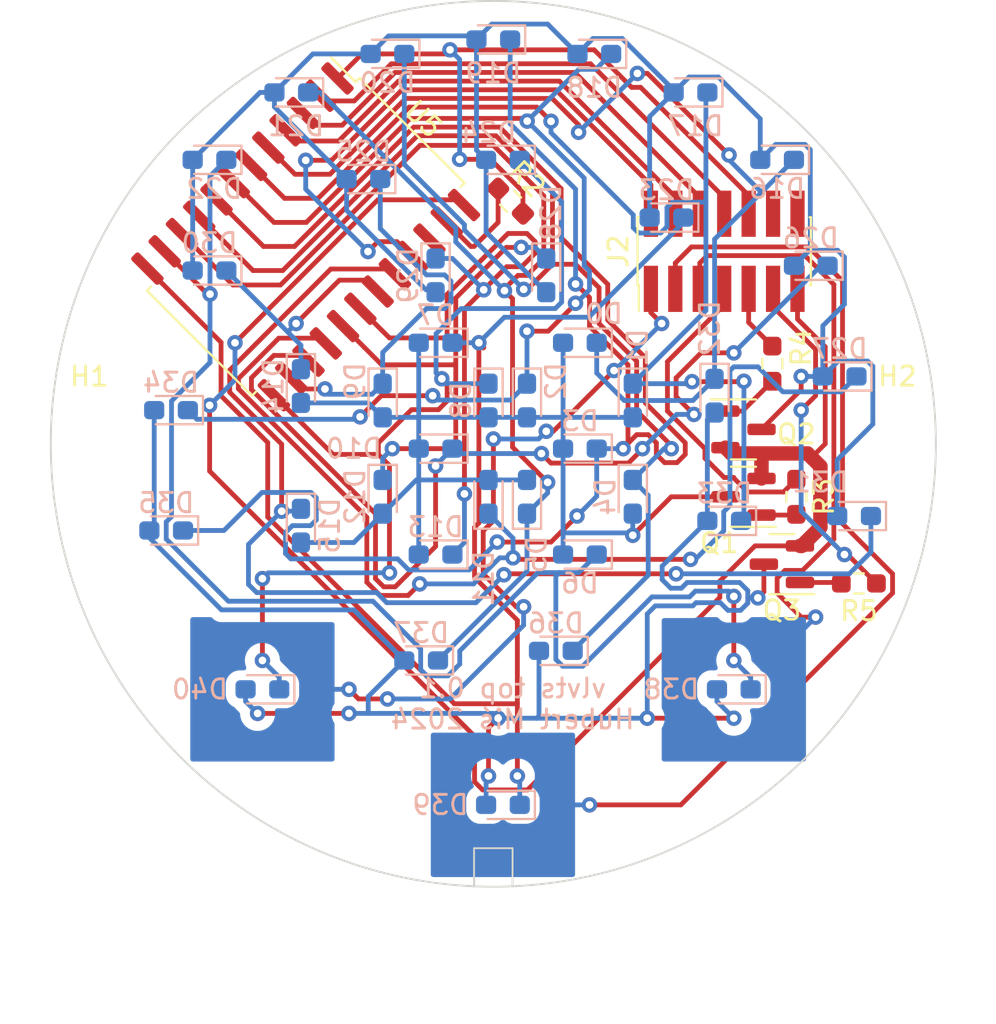
<source format=kicad_pcb>
(kicad_pcb (version 20240108) (generator "pcbnew") (generator_version "8.0")
  (layers (0 "F.Cu" signal) (31 "B.Cu" signal) (34 "B.Paste" user) (35 "F.Paste" user) (36 "B.SilkS" user "B.Silkscreen") (37 "F.SilkS" user "F.Silkscreen") (38 "B.Mask" user) (39 "F.Mask" user) (44 "Edge.Cuts" user))
  (net 0 "")
  (net 1 "Net-(D0-K)")
  (net 2 "Net-(D0-A)")
  (net 3 "Net-(D1-K)")
  (net 4 "Net-(D18-K)")
  (net 5 "Net-(D19-K)")
  (net 6 "Net-(D20-K)")
  (net 7 "Net-(D21-K)")
  (net 8 "Net-(D22-K)")
  (net 9 "Net-(D23-K)")
  (net 10 "Net-(D24-K)")
  (net 11 "Net-(D25-K)")
  (net 12 "Net-(D10-K)")
  (net 13 "Net-(D11-K)")
  (net 14 "Net-(D12-K)")
  (net 15 "Net-(D13-K)")
  (net 16 "Net-(D14-K)")
  (net 17 "Net-(D15-K)")
  (net 18 "Net-(D16-A)")
  (net 19 "Net-(D32-A)")
  (net 20 "BTN_L")
  (net 21 "LED_OE")
  (net 22 "BTN_C")
  (net 23 "LED_LA")
  (net 24 "BTN_R")
  (net 25 "LED_CLK")
  (net 26 "LEDg1")
  (net 27 "LED_SDI")
  (net 28 "LEDg2")
  (net 29 "GND")
  (net 30 "LEDg3")
  (net 31 "VDD")
  (net 32 "VEE")
  (net 33 "Net-(Q1-G)")
  (net 34 "Net-(Q2-G)")
  (net 35 "Net-(Q3-G)")
  (net 36 "Net-(U5-REXT)")
  (footprint "Resistor_SMD:R_0603_1608Metric_Pad0.98x0.95mm_HandSolder" (layer "F.Cu") (at 94.75 102.75 -90)
    (property "Reference" "R3")
    (property "Value" "R")
  )
  (footprint "Resistor_SMD:R_0603_1608Metric_Pad0.98x0.95mm_HandSolder" (layer "F.Cu") (at 79.895235 87.395235 135)
    (property "Reference" "R2")
    (property "Value" "1k")
  )
  (footprint "Package_TO_SOT_SMD:SOT-23" (layer "F.Cu") (at 94 106.25 180)
    (property "Reference" "Q3")
    (property "Value" "YJL2305A-YAN")
  )
  (footprint "Resistor_SMD:R_0603_1608Metric_Pad0.98x0.95mm_HandSolder" (layer "F.Cu") (at 93.5 95.8375 -90)
    (property "Reference" "R4")
    (property "Value" "R")
  )
  (footprint "MountingHole:MountingHole_2.5mm" (layer "F.Cu") (at 100 100)
    (property "Reference" "H2")
    (property "Value" "MountingHole")
  )
  (footprint "Package_TO_SOT_SMD:SOT-23" (layer "F.Cu") (at 92 102.75 180)
    (property "Reference" "Q1")
    (property "Value" "YJL2305A-YAN")
  )
  (footprint "MountingHole:MountingHole_2.5mm" (layer "F.Cu") (at 58 100)
    (property "Reference" "H1")
    (property "Value" "MountingHole")
  )
  (footprint "Resistor_SMD:R_0603_1608Metric_Pad0.98x0.95mm_HandSolder" (layer "F.Cu") (at 98 107.25 180)
    (property "Reference" "R5")
    (property "Value" "R")
  )
  (footprint "Package_SO:SOP-24_7.5x15.4mm_P1.27mm" (layer "F.Cu") (at 69.25 89.25 -45)
    (property "Reference" "U5")
    (property "Value" "SCT2024CSSG")
  )
  (footprint "Connector_PinHeader_1.27mm:PinHeader_2x07_P1.27mm_Vertical_SMD" (layer "F.Cu") (at 91 90 90)
    (property "Reference" "J2")
    (property "Value" "Conn_01x14_Male")
  )
  (footprint "Package_TO_SOT_SMD:SOT-23" (layer "F.Cu") (at 92 99.25)
    (property "Reference" "Q2")
    (property "Value" "YJL2305A-YAN")
  )
  (footprint "LED_SMD:LED_0603_1608Metric_Pad1.05x0.95mm_HandSolder" (layer "B.Cu") (at 97.75 103.75 180)
    (property "Reference" "D31")
    (property "Value" "LED")
  )
  (footprint "LED_SMD:LED_0603_1608Metric_Pad1.05x0.95mm_HandSolder" (layer "B.Cu") (at 76 91.25 -90)
    (property "Reference" "D29")
    (property "Value" "LED")
  )
  (footprint "LED_SMD:LED_0603_1608Metric_Pad1.05x0.95mm_HandSolder" (layer "B.Cu") (at 67 112.75 180)
    (property "Reference" "D40")
    (property "Value" "LED")
  )
  (footprint "LED_SMD:LED_0603_1608Metric_Pad1.05x0.95mm_HandSolder" (layer "B.Cu") (at 76 94.75 180)
    (property "Reference" "D7")
    (property "Value" "LED")
  )
  (footprint "LED_SMD:LED_0603_1608Metric_Pad1.05x0.95mm_HandSolder" (layer "B.Cu") (at 83.5 100.25 180)
    (property "Reference" "D3")
    (property "Value" "LED")
  )
  (footprint "LED_SMD:LED_0603_1608Metric_Pad1.05x0.95mm_HandSolder" (layer "B.Cu") (at 62 104.5 180)
    (property "Reference" "D35")
    (property "Value" "LED")
  )
  (footprint "LED_SMD:LED_0603_1608Metric_Pad1.05x0.95mm_HandSolder" (layer "B.Cu") (at 91.5 112.75 180)
    (property "Reference" "D38")
    (property "Value" "LED")
  )
  (footprint "LED_SMD:LED_0603_1608Metric_Pad1.05x0.95mm_HandSolder" (layer "B.Cu") (at 62.25 98.25 180)
    (property "Reference" "D34")
    (property "Value" "LED")
  )
  (footprint "LED_SMD:LED_0603_1608Metric_Pad1.05x0.95mm_HandSolder" (layer "B.Cu") (at 76 100.25 180)
    (property "Reference" "D10")
    (property "Value" "LED")
  )
  (footprint "LED_SMD:LED_0603_1608Metric_Pad1.05x0.95mm_HandSolder" (layer "B.Cu") (at 86.25 102.75 -90)
    (property "Reference" "D4")
    (property "Value" "LED")
  )
  (footprint "LED_SMD:LED_0603_1608Metric_Pad1.05x0.95mm_HandSolder" (layer "B.Cu") (at 80.75 102.75 90)
    (property "Reference" "D5")
    (property "Value" "LED")
  )
  (footprint "LED_SMD:LED_0603_1608Metric_Pad1.05x0.95mm_HandSolder" (layer "B.Cu") (at 64.25 91 180)
    (property "Reference" "D30")
    (property "Value" "LED")
  )
  (footprint "LED_SMD:LED_0603_1608Metric_Pad1.05x0.95mm_HandSolder" (layer "B.Cu") (at 84.25 79.75 180)
    (property "Reference" "D18")
    (property "Value" "LED")
  )
  (footprint "LED_SMD:LED_0603_1608Metric_Pad1.05x0.95mm_HandSolder" (layer "B.Cu") (at 76 105.75 180)
    (property "Reference" "D13")
    (property "Value" "LED")
  )
  (footprint "LED_SMD:LED_0603_1608Metric_Pad1.05x0.95mm_HandSolder" (layer "B.Cu") (at 90.5 97.5 -90)
    (property "Reference" "D32")
    (property "Value" "LED")
  )
  (footprint "LED_SMD:LED_0603_1608Metric_Pad1.05x0.95mm_HandSolder" (layer "B.Cu") (at 79.5 85.25 180)
    (property "Reference" "D24")
    (property "Value" "LED")
  )
  (footprint "LED_SMD:LED_0603_1608Metric_Pad1.05x0.95mm_HandSolder" (layer "B.Cu") (at 69 97 -90)
    (property "Reference" "D14")
    (property "Value" "LED")
  )
  (footprint "LED_SMD:LED_0603_1608Metric_Pad1.05x0.95mm_HandSolder" (layer "B.Cu") (at 79 79 180)
    (property "Reference" "D19")
    (property "Value" "LED")
  )
  (footprint "LED_SMD:LED_0603_1608Metric_Pad1.05x0.95mm_HandSolder" (layer "B.Cu") (at 95.5 90.75 180)
    (property "Reference" "D26")
    (property "Value" "LED")
  )
  (footprint "LED_SMD:LED_0603_1608Metric_Pad1.05x0.95mm_HandSolder" (layer "B.Cu") (at 78.75 97.75 -90)
    (property "Reference" "D8")
    (property "Value" "LED")
  )
  (footprint "LED_SMD:LED_0603_1608Metric_Pad1.05x0.95mm_HandSolder" (layer "B.Cu") (at 80.75 97.75 -90)
    (property "Reference" "D2")
    (property "Value" "LED")
  )
  (footprint "LED_SMD:LED_0603_1608Metric_Pad1.05x0.95mm_HandSolder" (layer "B.Cu") (at 93.75 85.25 180)
    (property "Reference" "D16")
    (property "Value" "LED")
  )
  (footprint "LED_SMD:LED_0603_1608Metric_Pad1.05x0.95mm_HandSolder" (layer "B.Cu") (at 91 104 180)
    (property "Reference" "D33")
    (property "Value" "LED")
  )
  (footprint "LED_SMD:LED_0603_1608Metric_Pad1.05x0.95mm_HandSolder" (layer "B.Cu") (at 82.25 110.75 180)
    (property "Reference" "D36")
    (property "Value" "LED")
  )
  (footprint "LED_SMD:LED_0603_1608Metric_Pad1.05x0.95mm_HandSolder" (layer "B.Cu") (at 79.5 118.75 180)
    (property "Reference" "D39")
    (property "Value" "LED")
  )
  (footprint "LED_SMD:LED_0603_1608Metric_Pad1.05x0.95mm_HandSolder" (layer "B.Cu") (at 75.25 111.25 180)
    (property "Reference" "D37")
    (property "Value" "LED")
  )
  (footprint "LED_SMD:LED_0603_1608Metric_Pad1.05x0.95mm_HandSolder" (layer "B.Cu") (at 73.25 97.75 -90)
    (property "Reference" "D9")
    (property "Value" "LED")
  )
  (footprint "LED_SMD:LED_0603_1608Metric_Pad1.05x0.95mm_HandSolder" (layer "B.Cu") (at 81.75 91.25 -90)
    (property "Reference" "D28")
    (property "Value" "LED")
  )
  (footprint "LED_SMD:LED_0603_1608Metric_Pad1.05x0.95mm_HandSolder" (layer "B.Cu") (at 72.25 86.25 180)
    (property "Reference" "D25")
    (property "Value" "LED")
  )
  (footprint "LED_SMD:LED_0603_1608Metric_Pad1.05x0.95mm_HandSolder" (layer "B.Cu") (at 86.25 97.75 -90)
    (property "Reference" "D1")
    (property "Value" "LED")
  )
  (footprint "LED_SMD:LED_0603_1608Metric_Pad1.05x0.95mm_HandSolder" (layer "B.Cu") (at 68.5 81.75 180)
    (property "Reference" "D21")
    (property "Value" "LED")
  )
  (footprint "LED_SMD:LED_0603_1608Metric_Pad1.05x0.95mm_HandSolder" (layer "B.Cu") (at 83.5 105.75 180)
    (property "Reference" "D6")
    (property "Value" "LED")
  )
  (footprint "LED_SMD:LED_0603_1608Metric_Pad1.05x0.95mm_HandSolder" (layer "B.Cu") (at 73.25 102.75 -90)
    (property "Reference" "D12")
    (property "Value" "LED")
  )
  (footprint "LED_SMD:LED_0603_1608Metric_Pad1.05x0.95mm_HandSolder" (layer "B.Cu") (at 83.5 94.75 180)
    (property "Reference" "D0")
    (property "Value" "LED")
  )
  (footprint "LED_SMD:LED_0603_1608Metric_Pad1.05x0.95mm_HandSolder" (layer "B.Cu") (at 78.75 102.75 90)
    (property "Reference" "D11")
    (property "Value" "LED")
  )
  (footprint "LED_SMD:LED_0603_1608Metric_Pad1.05x0.95mm_HandSolder" (layer "B.Cu") (at 69 104.25 -90)
    (property "Reference" "D15")
    (property "Value" "LED")
  )
  (footprint "LED_SMD:LED_0603_1608Metric_Pad1.05x0.95mm_HandSolder" (layer "B.Cu") (at 64.25 85.25 180)
    (property "Reference" "D22")
    (property "Value" "LED")
  )
  (footprint "LED_SMD:LED_0603_1608Metric_Pad1.05x0.95mm_HandSolder" (layer "B.Cu") (at 97 96.5 180)
    (property "Reference" "D27")
    (property "Value" "LED")
  )
  (footprint "LED_SMD:LED_0603_1608Metric_Pad1.05x0.95mm_HandSolder" (layer "B.Cu") (at 89.25 81.75 180)
    (property "Reference" "D17")
    (property "Value" "LED")
  )
  (footprint "LED_SMD:LED_0603_1608Metric_Pad1.05x0.95mm_HandSolder" (layer "B.Cu") (at 88 88.25 180)
    (property "Reference" "D23")
    (property "Value" "LED")
  )
  (footprint "LED_SMD:LED_0603_1608Metric_Pad1.05x0.95mm_HandSolder" (layer "B.Cu") (at 73.5 79.75 180)
    (property "Reference" "D20")
    (property "Value" "LED")
  )
  (gr_circle (center 79 100) (end 95.263456 83.736544) (stroke (width 0.1)) (fill none) (layer "Edge.Cuts"))
  (gr_line (start 78 121) (end 80 121) (stroke (width 0.1)) (layer "Edge.Cuts"))
  (gr_line (start 78 123) (end 78 121) (stroke (width 0.1)) (layer "Edge.Cuts"))
  (gr_line (start 80 121) (end 80 123) (stroke (width 0.1)) (layer "Edge.Cuts"))
  (gr_text "vlvts top 0.1\nHubert Miś 2024" (at 80 113.5 0) (layer "B.SilkS") (effects (font (size 1 1)) (justify mirror)))
  (segment (start 87.0123 80.7623) (end 86.4877 80.7623) (width 0.25) (layer "F.Cu") (net 1))
  (segment (start 83.430898 83.430898) (end 83.430898 83.819102) (width 0.25) (layer "F.Cu") (net 1))
  (segment (start 83 83) (end 83.430898 83.430898) (width 0.25) (layer "F.Cu") (net 1))
  (segment (start 74.4459 82.0627) (end 70.5086 86) (width 0.25) (layer "F.Cu") (net 1))
  (segment (start 82.0627 82.0627) (end 74.4459 82.0627) (width 0.25) (layer "F.Cu") (net 1))
  (segment (start 70.5086 86) (end 68.694077 86) (width 0.25) (layer "F.Cu") (net 1))
  (segment (start 68.694077 86) (end 67.308992 84.614915) (width 0.25) (layer "F.Cu") (net 1))
  (segment (start 83 83) (end 82.0627 82.0627) (width 0.25) (layer "F.Cu") (net 1))
  (segment (start 91.25 85) (end 87.0123 80.7623) (width 0.25) (layer "F.Cu") (net 1))
  (via (at 83.430898 83.819102) (size 0.8) (drill 0.4) (layers "F.Cu" "B.Cu") (net 1))
  (via (at 91.25 85) (size 0.8) (drill 0.4) (layers "F.Cu" "B.Cu") (net 1))
  (via (at 86.4877 80.7623) (size 0.8) (drill 0.4) (layers "F.Cu" "B.Cu") (net 1))
  (segment (start 92.8125 87.0625) (end 92.9375 86.9375) (width 0.25) (layer "B.Cu") (net 1))
  (segment (start 85.804505 97.75) (end 89.375 97.75) (width 0.25) (layer "B.Cu") (net 1))
  (segment (start 83.430898 83.819102) (end 86.4877 80.7623) (width 0.25) (layer "B.Cu") (net 1))
  (segment (start 90.5 90) (end 90.5 89.375) (width 0.25) (layer "B.Cu") (net 1))
  (segment (start 93.6875 86.1875) (end 94.625 85.25) (width 0.25) (layer "B.Cu") (net 1))
  (segment (start 89.375 97.75) (end 90.5 96.625) (width 0.25) (layer "B.Cu") (net 1))
  (segment (start 91.25 85.25) (end 92.9375 86.9375) (width 0.25) (layer "B.Cu") (net 1))
  (segment (start 93.0625 86.8125) (end 93.6875 86.1875) (width 0.25) (layer "B.Cu") (net 1))
  (segment (start 90.5 96.625) (end 90.5 90) (width 0.25) (layer "B.Cu") (net 1))
  (segment (start 90.5 89.375) (end 92.8125 87.0625) (width 0.25) (layer "B.Cu") (net 1))
  (segment (start 92.9375 86.9375) (end 93.0625 86.8125) (width 0.25) (layer "B.Cu") (net 1))
  (segment (start 91.25 85.25) (end 91.25 85) (width 0.25) (layer "B.Cu") (net 1))
  (segment (start 84.375 96.320495) (end 85.804505 97.75) (width 0.25) (layer "B.Cu") (net 1))
  (segment (start 84.375 94.75) (end 84.375 96.320495) (width 0.25) (layer "B.Cu") (net 1))
  (segment (start 88.25 102.75) (end 86.25 104.75) (width 0.25) (layer "F.Cu") (net 2))
  (segment (start 91.0625 102.75) (end 88.25 102.75) (width 0.25) (layer "F.Cu") (net 2))
  (via (at 86.25 104.75) (size 0.8) (drill 0.4) (layers "F.Cu" "B.Cu") (net 2))
  (segment (start 85.25 104.625) (end 86.125 104.625) (width 0.25) (layer "B.Cu") (net 2))
  (segment (start 82.625 100.25) (end 82.625 104.625) (width 0.25) (layer "B.Cu") (net 2))
  (segment (start 69 105.125) (end 71.75 105.125) (width 0.25) (layer "B.Cu") (net 2))
  (segment (start 75 101.875) (end 78.75 101.875) (width 0.25) (layer "B.Cu") (net 2))
  (segment (start 82.625 94.75) (end 82.625 100.25) (width 0.25) (layer "B.Cu") (net 2))
  (segment (start 75.125 100.25) (end 75.125 105.75) (width 0.25) (layer "B.Cu") (net 2))
  (segment (start 82.625 104.625) (end 82.625 105.75) (width 0.25) (layer "B.Cu") (net 2))
  (segment (start 75.125 100.25) (end 75.125 94.75) (width 0.25) (layer "B.Cu") (net 2))
  (segment (start 78.75 101.875) (end 80.75 101.875) (width 0.25) (layer "B.Cu") (net 2))
  (segment (start 86.25 104.75) (end 86.25 103.625) (width 0.25) (layer "B.Cu") (net 2))
  (segment (start 73.25 103.625) (end 75 101.875) (width 0.25) (layer "B.Cu") (net 2))
  (segment (start 71.75 105.125) (end 73.25 103.625) (width 0.25) (layer "B.Cu") (net 2))
  (segment (start 73.25 98.625) (end 86.25 98.625) (width 0.25) (layer "B.Cu") (net 2))
  (segment (start 86.125 104.625) (end 86.25 104.75) (width 0.25) (layer "B.Cu") (net 2))
  (segment (start 72.5 97.875) (end 73.25 98.625) (width 0.25) (layer "B.Cu") (net 2))
  (segment (start 69 97.875) (end 72.5 97.875) (width 0.25) (layer "B.Cu") (net 2))
  (segment (start 85.25 104.625) (end 82.625 104.625) (width 0.25) (layer "B.Cu") (net 2))
  (segment (start 69.894996 87.25) (end 68.148025 87.25) (width 0.25) (layer "F.Cu") (net 3))
  (segment (start 91.727898 96.772102) (end 91.75 96.75) (width 0.25) (layer "F.Cu") (net 3))
  (segment (start 89.3283 96.772102) (end 91.727898 96.772102) (width 0.25) (layer "F.Cu") (net 3))
  (segment (start 91.75 96.75) (end 92.0245 96.75) (width 0.25) (layer "F.Cu") (net 3))
  (segment (start 68.148025 87.25) (end 66.410966 85.512941) (width 0.25) (layer "F.Cu") (net 3))
  (segment (start 81.2627 82.5127) (end 74.632296 82.5127) (width 0.25) (layer "F.Cu") (net 3))
  (segment (start 81.2627 82.5127) (end 82 83.25) (width 0.25) (layer "F.Cu") (net 3))
  (segment (start 74.632296 82.5127) (end 69.894996 87.25) (width 0.25) (layer "F.Cu") (net 3))
  (via (at 89.3283 96.772102) (size 0.8) (drill 0.4) (layers "F.Cu" "B.Cu") (net 3))
  (via (at 92.0245 96.75) (size 0.8) (drill 0.4) (layers "F.Cu" "B.Cu") (net 3))
  (via (at 82 83.25) (size 0.8) (drill 0.4) (layers "F.Cu" "B.Cu") (net 3))
  (segment (start 90.125 81.75) (end 90.05 81.825) (width 0.25) (layer "B.Cu") (net 3))
  (segment (start 92.0245 103.8505) (end 91.875 104) (width 0.25) (layer "B.Cu") (net 3))
  (segment (start 82 83.25) (end 82 83.839004) (width 0.25) (layer "B.Cu") (net 3))
  (segment (start 90.05 81.825) (end 90.05 93.075) (width 0.25) (layer "B.Cu") (net 3))
  (segment (start 89.225402 96.875) (end 89.3283 96.772102) (width 0.25) (layer "B.Cu") (net 3))
  (segment (start 92.0245 96.75) (end 92.0245 103.8505) (width 0.25) (layer "B.Cu") (net 3))
  (segment (start 86.275 88.114004) (end 82 83.839004) (width 0.25) (layer "B.Cu") (net 3))
  (segment (start 88.3 87.45) (end 88.025 87.725) (width 0.25) (layer "B.Cu") (net 3))
  (segment (start 87.7 89.05) (end 86.55 89.05) (width 0.25) (layer "B.Cu") (net 3))
  (segment (start 86.275 88.775) (end 86.275 88.114004) (width 0.25) (layer "B.Cu") (net 3))
  (segment (start 90.05 93.075) (end 86.25 96.875) (width 0.25) (layer "B.Cu") (net 3))
  (segment (start 86.25 96.875) (end 89.225402 96.875) (width 0.25) (layer "B.Cu") (net 3))
  (segment (start 88.025 88.725) (end 87.7 89.05) (width 0.25) (layer "B.Cu") (net 3))
  (segment (start 86.55 89.05) (end 86.275 88.775) (width 0.25) (layer "B.Cu") (net 3))
  (segment (start 88.025 87.725) (end 88.025 88.725) (width 0.25) (layer "B.Cu") (net 3))
  (segment (start 90.05 87.45) (end 88.3 87.45) (width 0.25) (layer "B.Cu") (net 3))
  (segment (start 72.0783 98.5995) (end 73.1778 97.5) (width 0.25) (layer "F.Cu") (net 4))
  (segment (start 83.272409 92.727591) (end 81.8505 94.1495) (width 0.25) (layer "F.Cu") (net 4))
  (segment (start 67.601975 88.5) (end 65.512941 86.410966) (width 0.25) (layer "F.Cu") (net 4))
  (segment (start 83.272409 92.7005) (end 83.272409 92.727591) (width 0.25) (layer "F.Cu") (net 4))
  (segment (start 73.1778 97.5) (end 75.8495 97.5) (width 0.25) (layer "F.Cu") (net 4))
  (segment (start 69.281392 88.5) (end 67.601975 88.5) (width 0.25) (layer "F.Cu") (net 4))
  (segment (start 74.681392 83.1) (end 69.281392 88.5) (width 0.25) (layer "F.Cu") (net 4))
  (segment (start 80.6246 83.1) (end 74.681392 83.1) (width 0.25) (layer "F.Cu") (net 4))
  (segment (start 80.75 94.1495) (end 81.8505 94.1495) (width 0.25) (layer "F.Cu") (net 4))
  (segment (start 80.7623 83.2377) (end 80.6246 83.1) (width 0.25) (layer "F.Cu") (net 4))
  (via (at 83.272409 92.7005) (size 0.8) (drill 0.4) (layers "F.Cu" "B.Cu") (net 4))
  (via (at 80.75 94.1495) (size 0.8) (drill 0.4) (layers "F.Cu" "B.Cu") (net 4))
  (via (at 80.7623 83.2377) (size 0.8) (drill 0.4) (layers "F.Cu" "B.Cu") (net 4))
  (via (at 72.0783 98.5995) (size 0.8) (drill 0.4) (layers "F.Cu" "B.Cu") (net 4))
  (via (at 75.8495 97.5) (size 0.8) (drill 0.4) (layers "F.Cu" "B.Cu") (net 4))
  (segment (start 85.125 79.75) (end 84.325 80.55) (width 0.25) (layer "B.Cu") (net 4))
  (segment (start 83.875354 92.125353) (end 83.9995 92.001207) (width 0.25) (layer "B.Cu") (net 4))
  (segment (start 63.6 98.725) (end 71.9528 98.725) (width 0.25) (layer "B.Cu") (net 4))
  (segment (start 79.9 97.725) (end 80.75 96.875) (width 0.25) (layer "B.Cu") (net 4))
  (segment (start 76.0745 97.725) (end 79.9 97.725) (width 0.25) (layer "B.Cu") (net 4))
  (segment (start 83.9995 92.001207) (end 83.9995 91.025) (width 0.25) (layer "B.Cu") (net 4))
  (segment (start 83.9995 91.025) (end 83.7245 90.75) (width 0.25) (layer "B.Cu") (net 4))
  (segment (start 83.300207 92.7005) (end 83.875354 92.125353) (width 0.25) (layer "B.Cu") (net 4))
  (segment (start 83.45 80.55) (end 80.7623 83.2377) (width 0.25) (layer "B.Cu") (net 4))
  (segment (start 83.7245 86.1999) (end 80.7623 83.2377) (width 0.25) (layer "B.Cu") (net 4))
  (segment (start 75.8495 97.5) (end 76.0745 97.725) (width 0.25) (layer "B.Cu") (net 4))
  (segment (start 84.325 80.55) (end 83.45 80.55) (width 0.25) (layer "B.Cu") (net 4))
  (segment (start 83.272409 92.7005) (end 83.300207 92.7005) (width 0.25) (layer "B.Cu") (net 4))
  (segment (start 63.125 98.25) (end 63.6 98.725) (width 0.25) (layer "B.Cu") (net 4))
  (segment (start 71.9528 98.725) (end 72.0783 98.5995) (width 0.25) (layer "B.Cu") (net 4))
  (segment (start 83.2995 92.7005) (end 83.272409 92.7005) (width 0.25) (layer "B.Cu") (net 4))
  (segment (start 80.75 94.1495) (end 80.75 96.875) (width 0.25) (layer "B.Cu") (net 4))
  (segment (start 83.7245 90.75) (end 83.7245 86.1999) (width 0.25) (layer "B.Cu") (net 4))
  (segment (start 87.050305 99.525) (end 87.475 99.949695) (width 0.25) (layer "F.Cu") (net 5))
  (segment (start 84 93.895592) (end 86 95.895592) (width 0.25) (layer "F.Cu") (net 5))
  (segment (start 88.975 100.550305) (end 88.975 99.949695) (width 0.25) (layer "F.Cu") (net 5))
  (segment (start 79.322792 83.55) (end 74.867788 83.55) (width 0.25) (layer "F.Cu") (net 5))
  (segment (start 84.945402 93.568202) (end 84.945402 91.710103) (width 0.25) (layer "F.Cu") (net 5))
  (segment (start 79.2007 105.1003) (end 81.9992 105.1003) (width 0.25) (layer "F.Cu") (net 5))
  (segment (start 68.667788 89.75) (end 67.055923 89.75) (width 0.25) (layer "F.Cu") (net 5))
  (segment (start 81.9992 105.1003) (end 83.3495 103.75) (width 0.25) (layer "F.Cu") (net 5))
  (segment (start 86.9 97.874695) (end 86.9 95.5228) (width 0.25) (layer "F.Cu") (net 5))
  (segment (start 86 100) (end 85.75 100.25) (width 0.25) (layer "F.Cu") (net 5))
  (segment (start 85.75 100.224695) (end 86.449695 99.525) (width 0.25) (layer "F.Cu") (net 5))
  (segment (start 87.475 100.550305) (end 87.899695 100.975) (width 0.25) (layer "F.Cu") (net 5))
  (segment (start 86.449695 99.525) (end 87.050305 99.525) (width 0.25) (layer "F.Cu") (net 5))
  (segment (start 82.524799 89.2895) (end 82.524799 86.752007) (width 0.25) (layer "F.Cu") (net 5))
  (segment (start 88.550305 100.975) (end 88.975 100.550305) (width 0.25) (layer "F.Cu") (net 5))
  (segment (start 87.899695 100.975) (end 88.550305 100.975) (width 0.25) (layer "F.Cu") (net 5))
  (segment (start 85.75 100.25) (end 85.75 100.224695) (width 0.25) (layer "F.Cu") (net 5))
  (segment (start 86 95.895592) (end 86 100) (width 0.25) (layer "F.Cu") (net 5))
  (segment (start 86.9 95.5228) (end 84.945402 93.568202) (width 0.25) (layer "F.Cu") (net 5))
  (segment (start 88.975 99.949695) (end 86.9 97.874695) (width 0.25) (layer "F.Cu") (net 5))
  (segment (start 82.524799 86.752007) (end 79.322792 83.55) (width 0.25) (layer "F.Cu") (net 5))
  (segment (start 67.055923 89.75) (end 64.614915 87.308992) (width 0.25) (layer "F.Cu") (net 5))
  (segment (start 83.298116 91.700902) (end 84 92.402786) (width 0.25) (layer "F.Cu") (net 5))
  (segment (start 74.867788 83.55) (end 68.667788 89.75) (width 0.25) (layer "F.Cu") (net 5))
  (segment (start 84 92.402786) (end 84 93.895592) (width 0.25) (layer "F.Cu") (net 5))
  (segment (start 83.2745 91.700902) (end 83.298116 91.700902) (width 0.25) (layer "F.Cu") (net 5))
  (segment (start 87.475 99.949695) (end 87.475 100.550305) (width 0.25) (layer "F.Cu") (net 5))
  (segment (start 84.945402 91.710103) (end 82.524799 89.2895) (width 0.25) (layer "F.Cu") (net 5))
  (via (at 85.75 100.25) (size 0.8) (drill 0.4) (layers "F.Cu" "B.Cu") (net 5))
  (via (at 83.3495 103.75) (size 0.8) (drill 0.4) (layers "F.Cu" "B.Cu") (net 5))
  (via (at 79.2007 105.1003) (size 0.8) (drill 0.4) (layers "F.Cu" "B.Cu") (net 5))
  (via (at 83.2745 91.700902) (size 0.8) (drill 0.4) (layers "F.Cu" "B.Cu") (net 5))
  (segment (start 82.5 86) (end 83.2745 86.7745) (width 0.25) (layer "B.Cu") (net 5))
  (segment (start 74.604505 106.55) (end 77.751 106.55) (width 0.25) (layer "B.Cu") (net 5))
  (segment (start 68.554505 104.25) (end 68.2 104.604505) (width 0.25) (layer "B.Cu") (net 5))
  (segment (start 68.2 104.604505) (end 68.2 105.7) (width 0.25) (layer "B.Cu") (net 5))
  (segment (start 83.2745 86.7745) (end 83.2745 90.75) (width 0.25) (layer "B.Cu") (net 5))
  (segment (start 62.875 104.5) (end 65 104.5) (width 0.25) (layer "B.Cu") (net 5))
  (segment (start 68.2 105.7) (end 68.475 105.975) (width 0.25) (layer "B.Cu") (net 5))
  (segment (start 66.975 102.525) (end 69.525 102.525) (width 0.25) (layer "B.Cu") (net 5))
  (segment (start 84.375 102.7245) (end 84.375 100.25) (width 0.25) (layer "B.Cu") (net 5))
  (segment (start 69.8 103.95) (end 69.5 104.25) (width 0.25) (layer "B.Cu") (net 5))
  (segment (start 69.5 104.25) (end 69.25 104.25) (width 0.25) (layer "B.Cu") (net 5))
  (segment (start 74.029505 105.975) (end 74.604505 106.55) (width 0.25) (layer "B.Cu") (net 5))
  (segment (start 69.525 102.525) (end 69.8 102.8) (width 0.25) (layer "B.Cu") (net 5))
  (segment (start 83.2745 90.75) (end 83.2745 91.700902) (width 0.25) (layer "B.Cu") (net 5))
  (segment (start 69.8 102.8) (end 69.8 103.95) (width 0.25) (layer "B.Cu") (net 5))
  (segment (start 68.475 105.975) (end 69.004505 105.975) (width 0.25) (layer "B.Cu") (net 5))
  (segment (start 77.751 106.55) (end 79.2007 105.1003) (width 0.25) (layer "B.Cu") (net 5))
  (segment (start 69.004505 105.975) (end 74.029505 105.975) (width 0.25) (layer "B.Cu") (net 5))
  (segment (start 69.25 104.25) (end 68.554505 104.25) (width 0.25) (layer "B.Cu") (net 5))
  (segment (start 85.75 100.25) (end 84.375 100.25) (width 0.25) (layer "B.Cu") (net 5))
  (segment (start 83.3495 103.75) (end 84.375 102.7245) (width 0.25) (layer "B.Cu") (net 5))
  (segment (start 79.875 83.375) (end 82.5 86) (width 0.25) (layer "B.Cu") (net 5))
  (segment (start 66.5 103) (end 66.975 102.525) (width 0.25) (layer "B.Cu") (net 5))
  (segment (start 65 104.5) (end 66.5 103) (width 0.25) (layer "B.Cu") (net 5))
  (segment (start 79.875 79) (end 79.875 83.375) (width 0.25) (layer "B.Cu") (net 5))
  (segment (start 84.495402 93.754598) (end 84.495402 91.896499) (width 0.25) (layer "F.Cu") (net 6))
  (segment (start 86.45 98.288299) (end 88.25 100.088299) (width 0.25) (layer "F.Cu") (net 6))
  (segment (start 82.074799 90.675201) (end 80.772102 91.977898) (width 0.25) (layer "F.Cu") (net 6))
  (segment (start 80.772102 91.977898) (end 80.5783 91.977898) (width 0.25) (layer "F.Cu") (net 6))
  (segment (start 86.45 98.288299) (end 86.45 95.709196) (width 0.25) (layer "F.Cu") (net 6))
  (segment (start 75.054184 84) (end 79.136396 84) (width 0.25) (layer "F.Cu") (net 6))
  (segment (start 88.25 100.088299) (end 88.25 100.25) (width 0.25) (layer "F.Cu") (net 6))
  (segment (start 68.054184 91) (end 75.054184 84) (width 0.25) (layer "F.Cu") (net 6))
  (segment (start 84.495402 91.896499) (end 83.274104 90.675201) (width 0.25) (layer "F.Cu") (net 6))
  (segment (start 66.509872 91) (end 68.054184 91) (width 0.25) (layer "F.Cu") (net 6))
  (segment (start 83.274104 90.675201) (end 82.074799 90.675201) (width 0.25) (layer "F.Cu") (net 6))
  (segment (start 82.074799 86.938403) (end 82.074799 90.675201) (width 0.25) (layer "F.Cu") (net 6))
  (segment (start 79.136396 84) (end 82.074799 86.938403) (width 0.25) (layer "F.Cu") (net 6))
  (segment (start 86.45 95.709196) (end 84.495402 93.754598) (width 0.25) (layer "F.Cu") (net 6))
  (segment (start 63.716889 88.207017) (end 66.509872 91) (width 0.25) (layer "F.Cu") (net 6))
  (via (at 80.5783 91.977898) (size 0.8) (drill 0.4) (layers "F.Cu" "B.Cu") (net 6))
  (via (at 88.25 100.25) (size 0.8) (drill 0.4) (layers "F.Cu" "B.Cu") (net 6))
  (segment (start 87.05 106.825) (end 87.05 102.675) (width 0.25) (layer "B.Cu") (net 6))
  (segment (start 77.5 88.613604) (end 74.375 85.488604) (width 0.25) (layer "B.Cu") (net 6))
  (segment (start 80.5783 91.977898) (end 77.5 88.899598) (width 0.25) (layer "B.Cu") (net 6))
  (segment (start 74.375 85.488604) (end 74.375 79.75) (width 0.25) (layer "B.Cu") (net 6))
  (segment (start 87.05 102.675) (end 86.25 101.875) (width 0.25) (layer "B.Cu") (net 6))
  (segment (start 87.875 100.25) (end 88.25 100.25) (width 0.25) (layer "B.Cu") (net 6))
  (segment (start 83.125 110.75) (end 87.05 106.825) (width 0.25) (layer "B.Cu") (net 6))
  (segment (start 86.25 101.875) (end 87.875 100.25) (width 0.25) (layer "B.Cu") (net 6))
  (segment (start 77.5 88.899598) (end 77.5 88.613604) (width 0.25) (layer "B.Cu") (net 6))
  (segment (start 79 84.5) (end 81.624799 87.124799) (width 0.25) (layer "F.Cu") (net 7))
  (segment (start 80 100.1755) (end 81.8245 102) (width 0.25) (layer "F.Cu") (net 7))
  (segment (start 80.747102 91.252898) (end 80.277995 91.252898) (width 0.25) (layer "F.Cu") (net 7))
  (segment (start 79.58105 91.949843) (end 79.58105 92.044959) (width 0.25) (layer "F.Cu") (net 7))
  (segment (start 80.277995 91.252898) (end 79.58105 91.949843) (width 0.25) (layer "F.Cu") (net 7))
  (segment (start 80 92.463909) (end 80 99.75) (width 0.25) (layer "F.Cu") (net 7))
  (segment (start 67.94058 91.75) (end 75.19058 84.5) (width 0.25) (layer "F.Cu") (net 7))
  (segment (start 62.818864 89.105043) (end 65.463821 91.75) (width 0.25) (layer "F.Cu") (net 7))
  (segment (start 65.463821 91.75) (end 67.94058 91.75) (width 0.25) (layer "F.Cu") (net 7))
  (segment (start 75.19058 84.5) (end 79 84.5) (width 0.25) (layer "F.Cu") (net 7))
  (segment (start 81.624799 90.375201) (end 80.747102 91.252898) (width 0.25) (layer "F.Cu") (net 7))
  (segment (start 81.624799 87.124799) (end 81.624799 90.375201) (width 0.25) (layer "F.Cu") (net 7))
  (segment (start 79.58105 92.044959) (end 80 92.463909) (width 0.25) (layer "F.Cu") (net 7))
  (segment (start 80 99.75) (end 80 100.1755) (width 0.25) (layer "F.Cu") (net 7))
  (via (at 79.58105 92.044959) (size 0.8) (drill 0.4) (layers "F.Cu" "B.Cu") (net 7))
  (via (at 81.8245 102) (size 0.8) (drill 0.4) (layers "F.Cu" "B.Cu") (net 7))
  (segment (start 80.75 103.625) (end 80.75 106.625) (width 0.25) (layer "B.Cu") (net 7))
  (segment (start 81.8245 102.5505) (end 80.75 103.625) (width 0.25) (layer "B.Cu") (net 7))
  (segment (start 80.75 106.625) (end 76.125 111.25) (width 0.25) (layer "B.Cu") (net 7))
  (segment (start 77.05 88.8) (end 70 81.75) (width 0.25) (layer "B.Cu") (net 7))
  (segment (start 70 81.75) (end 69.375 81.75) (width 0.25) (layer "B.Cu") (net 7))
  (segment (start 81.8245 102) (end 81.8245 102.5505) (width 0.25) (layer "B.Cu") (net 7))
  (segment (start 79.58105 92.044959) (end 77.05 89.513909) (width 0.25) (layer "B.Cu") (net 7))
  (segment (start 77.05 89.513909) (end 77.05 88.8) (width 0.25) (layer "B.Cu") (net 7))
  (segment (start 64.142769 92.225) (end 64.275 92.225) (width 0.25) (layer "F.Cu") (net 8))
  (segment (start 91.5 108.25) (end 91.5 107.9245) (width 0.25) (layer "F.Cu") (net 8))
  (segment (start 61.920838 90.003069) (end 64.142769 92.225) (width 0.25) (layer "F.Cu") (net 8))
  (segment (start 91.5 111.25) (end 91.5 108.25) (width 0.25) (layer "F.Cu") (net 8))
  (via (at 91.5 111.25) (size 0.8) (drill 0.4) (layers "F.Cu" "B.Cu") (net 8))
  (via (at 64.275 92.225) (size 0.8) (drill 0.4) (layers "F.Cu" "B.Cu") (net 8))
  (via (at 91.5 107.9245) (size 0.8) (drill 0.4) (layers "F.Cu" "B.Cu") (net 8))
  (segment (start 65.229505 108.175) (end 72.75 108.175) (width 0.25) (layer "B.Cu") (net 8))
  (segment (start 64.275 95.779505) (end 62.275 97.779505) (width 0.25) (layer "B.Cu") (net 8))
  (segment (start 62.275 97.779505) (end 62.275 103.779505) (width 0.25) (layer "B.Cu") (net 8))
  (segment (start 82.604505 111.55) (end 82.25 111.195495) (width 0.25) (layer "B.Cu") (net 8))
  (segment (start 62 104.945495) (end 65.229505 108.175) (width 0.25) (layer "B.Cu") (net 8))
  (segment (start 75.225 110.65) (end 75.225 111.725) (width 0.25) (layer "B.Cu") (net 8))
  (segment (start 65.125 85.25) (end 64.275 86.1) (width 0.25) (layer "B.Cu") (net 8))
  (segment (start 91.2255 107.65) (end 89.5 107.65) (width 0.25) (layer "B.Cu") (net 8))
  (segment (start 77.255698 111.439797) (end 77.255698 110.755698) (width 0.25) (layer "B.Cu") (net 8))
  (segment (start 75.55 112.05) (end 76.645495 112.05) (width 0.25) (layer "B.Cu") (net 8))
  (segment (start 83.645495 111.55) (end 82.604505 111.55) (width 0.25) (layer "B.Cu") (net 8))
  (segment (start 64.275 92.225) (end 64.275 95.779505) (width 0.25) (layer "B.Cu") (net 8))
  (segment (start 89.5 107.65) (end 89.2 107.95) (width 0.25) (layer "B.Cu") (net 8))
  (segment (start 82.4375 106.6875) (end 83.4375 106.6875) (width 0.25) (layer "B.Cu") (net 8))
  (segment (start 84.375 105.75) (end 83.4375 106.6875) (width 0.25) (layer "B.Cu") (net 8))
  (segment (start 62.275 103.779505) (end 62 104.054505) (width 0.25) (layer "B.Cu") (net 8))
  (segment (start 77.255698 110.755698) (end 81.323896 106.6875) (width 0.25) (layer "B.Cu") (net 8))
  (segment (start 75.225 111.725) (end 75.55 112.05) (width 0.25) (layer "B.Cu") (net 8))
  (segment (start 81.323896 106.6875) (end 82.4375 106.6875) (width 0.25) (layer "B.Cu") (net 8))
  (segment (start 89.2 107.95) (end 87.245495 107.95) (width 0.25) (layer "B.Cu") (net 8))
  (segment (start 87.245495 107.95) (end 83.645495 111.55) (width 0.25) (layer "B.Cu") (net 8))
  (segment (start 92.375 112.125) (end 91.5 111.25) (width 0.25) (layer "B.Cu") (net 8))
  (segment (start 64.275 86.1) (end 64.275 92.225) (width 0.25) (layer "B.Cu") (net 8))
  (segment (start 76.645495 112.05) (end 77.255698 111.439797) (width 0.25) (layer "B.Cu") (net 8))
  (segment (start 91.5 107.9245) (end 91.2255 107.65) (width 0.25) (layer "B.Cu") (net 8))
  (segment (start 92.375 112.75) (end 92.375 112.125) (width 0.25) (layer "B.Cu") (net 8))
  (segment (start 62 104.054505) (end 62 104.945495) (width 0.25) (layer "B.Cu") (net 8))
  (segment (start 82.25 106.875) (end 82.4375 106.6875) (width 0.25) (layer "B.Cu") (net 8))
  (segment (start 72.75 108.175) (end 75.225 110.65) (width 0.25) (layer "B.Cu") (net 8))
  (segment (start 82.25 111.195495) (end 82.25 106.875) (width 0.25) (layer "B.Cu") (net 8))
  (segment (start 64.85 94.728281) (end 64.85 97.509188) (width 0.25) (layer "F.Cu") (net 9))
  (segment (start 80.25 109.161702) (end 80.25 113.5) (width 0.25) (layer "F.Cu") (net 9))
  (segment (start 61.022813 90.901094) (end 64.85 94.728281) (width 0.25) (layer "F.Cu") (net 9))
  (segment (start 80.25 117.25) (end 80.25 113.5) (width 0.25) (layer "F.Cu") (net 9))
  (segment (start 78.0257 106.937401) (end 80.25 109.161702) (width 0.25) (layer "F.Cu") (net 9))
  (segment (start 67.275 103.800305) (end 76.974695 113.5) (width 0.25) (layer "F.Cu") (net 9))
  (segment (start 67.275 99.934188) (end 67.275 103.800305) (width 0.25) (layer "F.Cu") (net 9))
  (segment (start 64.85 97.509188) (end 67.275 99.934188) (width 0.25) (layer "F.Cu") (net 9))
  (segment (start 78.5 95) (end 78.25 94.75) (width 0.25) (layer "F.Cu") (net 9))
  (segment (start 78.25 104.113604) (end 78.0257 104.337904) (width 0.25) (layer "F.Cu") (net 9))
  (segment (start 78.0257 104.337904) (end 78.0257 106.937401) (width 0.25) (layer "F.Cu") (net 9))
  (segment (start 78.25 94.75) (end 78.25 104.113604) (width 0.25) (layer "F.Cu") (net 9))
  (segment (start 76.974695 113.5) (end 80.25 113.5) (width 0.25) (layer "F.Cu") (net 9))
  (segment (start 78.4757 95.0243) (end 78.5 95) (width 0.25) (layer "F.Cu") (net 9))
  (via (at 78.25 94.75) (size 0.8) (drill 0.4) (layers "F.Cu" "B.Cu") (net 9))
  (via (at 80.25 117.25) (size 0.8) (drill 0.4) (layers "F.Cu" "B.Cu") (net 9))
  (segment (start 83.961396 93.425) (end 79.575 93.425) (width 0.25) (layer "B.Cu") (net 9))
  (segment (start 78.25 94.75) (end 76.875 94.75) (width 0.25) (layer "B.Cu") (net 9))
  (segment (start 88.875 88.511396) (end 83.961396 93.425) (width 0.25) (layer "B.Cu") (net 9))
  (segment (start 80.375 117.375) (end 80.25 117.25) (width 0.25) (layer "B.Cu") (net 9))
  (segment (start 79.575 93.425) (end 78.25 94.75) (width 0.25) (layer "B.Cu") (net 9))
  (segment (start 88.875 88.25) (end 88.875 88.511396) (width 0.25) (layer "B.Cu") (net 9))
  (segment (start 80.375 118.75) (end 80.375 117.375) (width 0.25) (layer "B.Cu") (net 9))
  (segment (start 73.025 99.949695) (end 73.025 100.550305) (width 0.25) (layer "F.Cu") (net 10))
  (segment (start 76.6 96.85) (end 76.6 97.774805) (width 0.25) (layer "F.Cu") (net 10))
  (segment (start 76.6 97.774805) (end 76.149805 98.225) (width 0.25) (layer "F.Cu") (net 10))
  (segment (start 67 108) (end 67 107) (width 0.25) (layer "F.Cu") (net 10))
  (segment (start 73.602453 101.127758) (end 73.602453 106.6995) (width 0.25) (layer "F.Cu") (net 10))
  (segment (start 74.749695 98.225) (end 73.025 99.949695) (width 0.25) (layer "F.Cu") (net 10))
  (segment (start 76.149805 98.225) (end 74.749695 98.225) (width 0.25) (layer "F.Cu") (net 10))
  (segment (start 76.554378 96.85) (end 76.6 96.85) (width 0.25) (layer "F.Cu") (net 10))
  (segment (start 70.672024 100.550305) (end 73.025 100.550305) (width 0.25) (layer "F.Cu") (net 10))
  (segment (start 67.598906 97.477187) (end 70.672024 100.550305) (width 0.25) (layer "F.Cu") (net 10))
  (segment (start 67 111.25) (end 67 108) (width 0.25) (layer "F.Cu") (net 10))
  (segment (start 76.3255 96.621122) (end 76.554378 96.85) (width 0.25) (layer "F.Cu") (net 10))
  (segment (start 73.025 100.550305) (end 73.602453 101.127758) (width 0.25) (layer "F.Cu") (net 10))
  (via (at 76.3255 96.621122) (size 0.8) (drill 0.4) (layers "F.Cu" "B.Cu") (net 10))
  (via (at 67 111.25) (size 0.8) (drill 0.4) (layers "F.Cu" "B.Cu") (net 10))
  (via (at 67 107) (size 0.8) (drill 0.4) (layers "F.Cu" "B.Cu") (net 10))
  (via (at 73.602453 106.6995) (size 0.8) (drill 0.4) (layers "F.Cu" "B.Cu") (net 10))
  (segment (start 67.875 112.75) (end 67.875 112.125) (width 0.25) (layer "B.Cu") (net 10))
  (segment (start 82.55 87.425) (end 80.375 85.25) (width 0.25) (layer "B.Cu") (net 10))
  (segment (start 67.3005 106.6995) (end 73.602453 106.6995) (width 0.25) (layer "B.Cu") (net 10))
  (segment (start 76.025 96.320622) (end 76.025 94.279505) (width 0.25) (layer "B.Cu") (net 10))
  (segment (start 77.329505 92.975) (end 82.220495 92.975) (width 0.25) (layer "B.Cu") (net 10))
  (segment (start 78.75 96.875) (end 76.579378 96.875) (width 0.25) (layer "B.Cu") (net 10))
  (segment (start 67.875 112.125) (end 67 111.25) (width 0.25) (layer "B.Cu") (net 10))
  (segment (start 76.579378 96.875) (end 76.025 96.320622) (width 0.25) (layer "B.Cu") (net 10))
  (segment (start 67 107) (end 67.3005 106.6995) (width 0.25) (layer "B.Cu") (net 10))
  (segment (start 82.55 92.645495) (end 82.55 87.425) (width 0.25) (layer "B.Cu") (net 10))
  (segment (start 82.220495 92.975) (end 82.55 92.645495) (width 0.25) (layer "B.Cu") (net 10))
  (segment (start 76.025 94.279505) (end 77.329505 92.975) (width 0.25) (layer "B.Cu") (net 10))
  (segment (start 68.496931 96.579162) (end 69.068269 97.1505) (width 0.25) (layer "F.Cu") (net 11))
  (segment (start 69.068269 97.1505) (end 70.25 97.1505) (width 0.25) (layer "F.Cu") (net 11))
  (via (at 70.25 97.1505) (size 0.8) (drill 0.4) (layers "F.Cu" "B.Cu") (net 11))
  (segment (start 75.529505 92.975) (end 76.470495 92.975) (width 0.25) (layer "B.Cu") (net 11))
  (segment (start 73.25 96.875) (end 73.25 95.254505) (width 0.25) (layer "B.Cu") (net 11))
  (segment (start 72.7 97.425) (end 73.25 96.875) (width 0.25) (layer "B.Cu") (net 11))
  (segment (start 73.25 95.254505) (end 75.529505 92.975) (width 0.25) (layer "B.Cu") (net 11))
  (segment (start 70.25 97.1505) (end 70.25 97.25) (width 0.25) (layer "B.Cu") (net 11))
  (segment (start 73.125 88.820495) (end 73.125 86.25) (width 0.25) (layer "B.Cu") (net 11))
  (segment (start 70.25 97.25) (end 70.425 97.425) (width 0.25) (layer "B.Cu") (net 11))
  (segment (start 76.8 92.645495) (end 76.8 91.554505) (width 0.25) (layer "B.Cu") (net 11))
  (segment (start 76.470495 91.225) (end 75.529505 91.225) (width 0.25) (layer "B.Cu") (net 11))
  (segment (start 75.529505 91.225) (end 73.125 88.820495) (width 0.25) (layer "B.Cu") (net 11))
  (segment (start 76.470495 92.975) (end 76.8 92.645495) (width 0.25) (layer "B.Cu") (net 11))
  (segment (start 76.8 91.554505) (end 76.470495 91.225) (width 0.25) (layer "B.Cu") (net 11))
  (segment (start 70.425 97.425) (end 72.7 97.425) (width 0.25) (layer "B.Cu") (net 11))
  (segment (start 69 99.75) (end 72.877453 103.627453) (width 0.25) (layer "F.Cu") (net 12))
  (segment (start 69.394957 95.681136) (end 69.123376 95.409555) (width 0.25) (layer "F.Cu") (net 12))
  (segment (start 85.25 101) (end 81.995383 101) (width 0.25) (layer "F.Cu") (net 12))
  (segment (start 74.038629 107.288629) (end 76 105.327258) (width 0.25) (layer "F.Cu") (net 12))
  (segment (start 72.877453 106.999805) (end 73.302148 107.4245) (width 0.25) (layer "F.Cu") (net 12))
  (segment (start 67.590445 95.409555) (end 66.429299 96.570701) (width 0.25) (layer "F.Cu") (net 12))
  (segment (start 76 105.327258) (end 76 101.1505) (width 0.25) (layer "F.Cu") (net 12))
  (segment (start 69.123376 95.409555) (end 67.590445 95.409555) (width 0.25) (layer "F.Cu") (net 12))
  (segment (start 66.429299 96.570701) (end 66.429299 97.179299) (width 0.25) (layer "F.Cu") (net 12))
  (segment (start 66.429299 97.179299) (end 69 99.75) (width 0.25) (layer "F.Cu") (net 12))
  (segment (start 73.302148 107.4245) (end 73.902758 107.4245) (width 0.25) (layer "F.Cu") (net 12))
  (segment (start 88.5 97.547238) (end 89.4255 98.472738) (width 0.25) (layer "F.Cu") (net 12))
  (segment (start 86.025305 101) (end 85.25 101) (width 0.25) (layer "F.Cu") (net 12))
  (segment (start 73.902758 107.4245) (end 74.038629 107.288629) (width 0.25) (layer "F.Cu") (net 12))
  (segment (start 88.5 96.575097) (end 88.5 97.547238) (width 0.25) (layer "F.Cu") (net 12))
  (segment (start 89.799597 95.2755) (end 88.5 96.575097) (width 0.25) (layer "F.Cu") (net 12))
  (segment (start 81.995383 101) (end 81.500688 100.505305) (width 0.25) (layer "F.Cu") (net 12))
  (segment (start 91.5 95.2755) (end 89.799597 95.2755) (width 0.25) (layer "F.Cu") (net 12))
  (segment (start 72.877453 106.75) (end 72.877453 106.999805) (width 0.25) (layer "F.Cu") (net 12))
  (segment (start 86.75 100.275305) (end 86.025305 101) (width 0.25) (layer "F.Cu") (net 12))
  (segment (start 72.877453 103.627453) (end 72.877453 106.75) (width 0.25) (layer "F.Cu") (net 12))
  (segment (start 86.75 100.25) (end 86.75 100.275305) (width 0.25) (layer "F.Cu") (net 12))
  (via (at 81.500688 100.505305) (size 0.8) (drill 0.4) (layers "F.Cu" "B.Cu") (net 12))
  (via (at 89.4255 98.472738) (size 0.8) (drill 0.4) (layers "F.Cu" "B.Cu") (net 12))
  (via (at 76 101.1505) (size 0.8) (drill 0.4) (layers "F.Cu" "B.Cu") (net 12))
  (via (at 91.5 95.2755) (size 0.8) (drill 0.4) (layers "F.Cu" "B.Cu") (net 12))
  (via (at 86.75 100.25) (size 0.8) (drill 0.4) (layers "F.Cu" "B.Cu") (net 12))
  (segment (start 89.4255 98.472738) (end 88.527262 98.472738) (width 0.25) (layer "B.Cu") (net 12))
  (segment (start 76 101.125) (end 76.875 100.25) (width 0.25) (layer "B.Cu") (net 12))
  (segment (start 96.375 90.75) (end 96.0255 90.75) (width 0.25) (layer "B.Cu") (net 12))
  (segment (start 76 101.1505) (end 76 101.125) (width 0.25) (layer "B.Cu") (net 12))
  (segment (start 96.0255 90.75) (end 91.5 95.2755) (width 0.25) (layer "B.Cu") (net 12))
  (segment (start 88.527262 98.472738) (end 86.75 100.25) (width 0.25) (layer "B.Cu") (net 12))
  (segment (start 77.130305 100.505305) (end 76.875 100.25) (width 0.25) (layer "B.Cu") (net 12))
  (segment (start 81.500688 100.505305) (end 77.130305 100.505305) (width 0.25) (layer "B.Cu") (net 12))
  (segment (start 67.852075 94.511529) (end 70.021401 94.511529) (width 0.25) (layer "F.Cu") (net 13))
  (segment (start 75.175928 107.2745) (end 74.575928 107.8745) (width 0.25) (layer "F.Cu") (net 13))
  (segment (start 70.021401 94.511529) (end 70.292983 94.783111) (width 0.25) (layer "F.Cu") (net 13))
  (segment (start 73.115752 107.8745) (end 72.427453 107.186201) (width 0.25) (layer "F.Cu") (net 13))
  (segment (start 65.75 97.136396) (end 65.75 96.613604) (width 0.25) (layer "F.Cu") (net 13))
  (segment (start 89.25 106) (end 80.104557 106) (width 0.25) (layer "F.Cu") (net 13))
  (segment (start 65.75 96.613604) (end 67.852075 94.511529) (width 0.25) (layer "F.Cu") (net 13))
  (segment (start 74.575928 107.8745) (end 73.115752 107.8745) (width 0.25) (layer "F.Cu") (net 13))
  (segment (start 72.427453 107.186201) (end 72.427453 103.813849) (width 0.25) (layer "F.Cu") (net 13))
  (segment (start 72.427453 103.813849) (end 65.75 97.136396) (width 0.25) (layer "F.Cu") (net 13))
  (segment (start 80.104557 106) (end 80.0255 105.920943) (width 0.25) (layer "F.Cu") (net 13))
  (via (at 89.25 106) (size 0.8) (drill 0.4) (layers "F.Cu" "B.Cu") (net 13))
  (via (at 80.0255 105.920943) (size 0.8) (drill 0.4) (layers "F.Cu" "B.Cu") (net 13))
  (via (at 75.175928 107.2745) (size 0.8) (drill 0.4) (layers "F.Cu" "B.Cu") (net 13))
  (segment (start 77.9755 107.2745) (end 75.175928 107.2745) (width 0.25) (layer "B.Cu") (net 13))
  (segment (start 80.0255 104.9005) (end 78.75 103.625) (width 0.25) (layer "B.Cu") (net 13))
  (segment (start 79.329057 105.920943) (end 78.5 106.75) (width 0.25) (layer "B.Cu") (net 13))
  (segment (start 80.0255 105.920943) (end 80.0255 104.9005) (width 0.25) (layer "B.Cu") (net 13))
  (segment (start 78.5 106.75) (end 77.9755 107.2745) (width 0.25) (layer "B.Cu") (net 13))
  (segment (start 91.3 96.2) (end 91.3 96.5) (width 0.25) (layer "B.Cu") (net 13))
  (segment (start 97.875 96.5) (end 97.075 97.3) (width 0.25) (layer "B.Cu") (net 13))
  (segment (start 92.75 96) (end 91.5 96) (width 0.25) (layer "B.Cu") (net 13))
  (segment (start 97.075 97.3) (end 95.75 97.3) (width 0.25) (layer "B.Cu") (net 13))
  (segment (start 89.5 106) (end 89.25 106) (width 0.25) (layer "B.Cu") (net 13))
  (segment (start 90.975 103.529505) (end 90.975 104.525) (width 0.25) (layer "B.Cu") (net 13))
  (segment (start 91.3 96.5) (end 91.3 103.204505) (width 0.25) (layer "B.Cu") (net 13))
  (segment (start 80.0255 105.920943) (end 79.329057 105.920943) (width 0.25) (layer "B.Cu") (net 13))
  (segment (start 94.05 97.3) (end 92.75 96) (width 0.25) (layer "B.Cu") (net 13))
  (segment (start 91.3 103.204505) (end 90.975 103.529505) (width 0.25) (layer "B.Cu") (net 13))
  (segment (start 90.975 104.525) (end 89.5 106) (width 0.25) (layer "B.Cu") (net 13))
  (segment (start 95.75 97.3) (end 94.05 97.3) (width 0.25) (layer "B.Cu") (net 13))
  (segment (start 91.5 96) (end 91.3 96.2) (width 0.25) (layer "B.Cu") (net 13))
  (segment (start 79.674494 89.800201) (end 80.449799 89.800201) (width 0.25) (layer "F.Cu") (net 14))
  (segment (start 77.05 94.75) (end 77.05 92.424695) (width 0.25) (layer "F.Cu") (net 14))
  (segment (start 73.75 100.25) (end 77 100.25) (width 0.25) (layer "F.Cu") (net 14))
  (segment (start 73.202045 95.896122) (end 76.953878 95.896122) (width 0.25) (layer "F.Cu") (net 14))
  (segment (start 77.05 92.424695) (end 78.112348 91.362347) (width 0.25) (layer "F.Cu") (net 14))
  (segment (start 76.953878 95.896122) (end 77.05 95.8) (width 0.25) (layer "F.Cu") (net 14))
  (segment (start 77.05 100.2) (end 77.05 95.8) (width 0.25) (layer "F.Cu") (net 14))
  (segment (start 77.05 95.8) (end 77.05 94.75) (width 0.25) (layer "F.Cu") (net 14))
  (segment (start 71.191008 93.885085) (end 73.202045 95.896122) (width 0.25) (layer "F.Cu") (net 14))
  (segment (start 77 100.25) (end 77.05 100.2) (width 0.25) (layer "F.Cu") (net 14))
  (segment (start 78.112348 91.362347) (end 79.674494 89.800201) (width 0.25) (layer "F.Cu") (net 14))
  (via (at 73.75 100.25) (size 0.8) (drill 0.4) (layers "F.Cu" "B.Cu") (net 14))
  (via (at 80.449799 89.800201) (size 0.8) (drill 0.4) (layers "F.Cu" "B.Cu") (net 14))
  (segment (start 80.449799 89.800201) (end 81.175201 89.800201) (width 0.25) (layer "B.Cu") (net 14))
  (segment (start 73.25 100.75) (end 73.75 100.25) (width 0.25) (layer "B.Cu") (net 14))
  (segment (start 73.25 101.875) (end 73.25 100.75) (width 0.25) (layer "B.Cu") (net 14))
  (segment (start 81.175201 89.800201) (end 81.75 90.375) (width 0.25) (layer "B.Cu") (net 14))
  (segment (start 72.089034 92.987059) (end 73.601975 94.5) (width 0.25) (layer "F.Cu") (net 15))
  (segment (start 80.472407 90.802898) (end 79.697102 90.802898) (width 0.25) (layer "F.Cu") (net 15))
  (segment (start 81.174799 89.499896) (end 81.174799 90.100506) (width 0.25) (layer "F.Cu") (net 15))
  (segment (start 73.601975 94.5) (end 76.6 94.5) (width 0.25) (layer "F.Cu") (net 15))
  (segment (start 78.5 92) (end 77.5 93) (width 0.25) (layer "F.Cu") (net 15))
  (segment (start 80.750104 89.075201) (end 81.174799 89.499896) (width 0.25) (layer "F.Cu") (net 15))
  (segment (start 79.697102 90.802898) (end 78.5 92) (width 0.25) (layer "F.Cu") (net 15))
  (segment (start 76.6 92.238299) (end 79.763098 89.075201) (width 0.25) (layer "F.Cu") (net 15))
  (segment (start 76.6 94.5) (end 76.6 92.238299) (width 0.25) (layer "F.Cu") (net 15))
  (segment (start 77.5 93) (end 77.5 102.5995) (width 0.25) (layer "F.Cu") (net 15))
  (segment (start 81.174799 90.100506) (end 80.472407 90.802898) (width 0.25) (layer "F.Cu") (net 15))
  (segment (start 79.763098 89.075201) (end 80.750104 89.075201) (width 0.25) (layer "F.Cu") (net 15))
  (via (at 78.5 92) (size 0.8) (drill 0.4) (layers "F.Cu" "B.Cu") (net 15))
  (via (at 77.5 102.5995) (size 0.8) (drill 0.4) (layers "F.Cu" "B.Cu") (net 15))
  (segment (start 76.875 90.375) (end 78.5 92) (width 0.25) (layer "B.Cu") (net 15))
  (segment (start 76 90.375) (end 76.875 90.375) (width 0.25) (layer "B.Cu") (net 15))
  (segment (start 77.5 105.125) (end 76.875 105.75) (width 0.25) (layer "B.Cu") (net 15))
  (segment (start 77.5 102.5995) (end 77.5 105.125) (width 0.25) (layer "B.Cu") (net 15))
  (segment (start 72.987059 92.089034) (end 72.398025 91.5) (width 0.25) (layer "F.Cu") (net 16))
  (segment (start 72.398025 91.5) (end 71 91.5) (width 0.25) (layer "F.Cu") (net 16))
  (segment (start 71 91.5) (end 68.75 93.75) (width 0.25) (layer "F.Cu") (net 16))
  (via (at 68.75 93.75) (size 0.8) (drill 0.4) (layers "F.Cu" "B.Cu") (net 16))
  (segment (start 68.75 93.75) (end 68.3125 94.1875) (width 0.25) (layer "B.Cu") (net 16))
  (segment (start 68.3125 94.1875) (end 69 94.875) (width 0.25) (layer "B.Cu") (net 16))
  (segment (start 69 94.875) (end 69 96.125) (width 0.25) (layer "B.Cu") (net 16))
  (segment (start 65.125 91) (end 68.3125 94.1875) (width 0.25) (layer "B.Cu") (net 16))
  (segment (start 67.613604 99.636396) (end 68 100.022792) (width 0.25) (layer "F.Cu") (net 17))
  (segment (start 73.885085 91.191008) (end 73.613504 90.919427) (width 0.25) (layer "F.Cu") (net 17))
  (segment (start 65.3 96.174695) (end 65.3 97.322792) (width 0.25) (layer "F.Cu") (net 17))
  (segment (start 65.3 97.322792) (end 67.613604 99.636396) (width 0.25) (layer "F.Cu") (net 17))
  (segment (start 70.555268 90.919427) (end 65.3 96.174695) (width 0.25) (layer "F.Cu") (net 17))
  (segment (start 88.5 106.75) (end 79.6004 106.75) (width 0.25) (layer "F.Cu") (net 17))
  (segment (start 79.6004 106.75) (end 79.5502 106.8002) (width 0.25) (layer "F.Cu") (net 17))
  (segment (start 68 100.022792) (end 68 103.5) (width 0.25) (layer "F.Cu") (net 17))
  (segment (start 73.613504 90.919427) (end 70.555268 90.919427) (width 0.25) (layer "F.Cu") (net 17))
  (via (at 88.5 106.75) (size 0.8) (drill 0.4) (layers "F.Cu" "B.Cu") (net 17))
  (via (at 79.5502 106.8002) (size 0.8) (drill 0.4) (layers "F.Cu" "B.Cu") (net 17))
  (via (at 68 103.5) (size 0.8) (drill 0.4) (layers "F.Cu" "B.Cu") (net 17))
  (segment (start 68 103.5) (end 68.875 103.5) (width 0.25) (layer "B.Cu") (net 17))
  (segment (start 78.1004 108.25) (end 73.461396 108.25) (width 0.25) (layer "B.Cu") (net 17))
  (segment (start 98.625 103.75) (end 98.625 105.625) (width 0.25) (layer "B.Cu") (net 17))
  (segment (start 66.699695 107.725) (end 66.275 107.300305) (width 0.25) (layer "B.Cu") (net 17))
  (segment (start 72.936396 107.725) (end 66.699695 107.725) (width 0.25) (layer "B.Cu") (net 17))
  (segment (start 98.625 105.625) (end 97.5 106.75) (width 0.25) (layer "B.Cu") (net 17))
  (segment (start 66.275 105.225) (end 68 103.5) (width 0.25) (layer "B.Cu") (net 17))
  (segment (start 69 103.375) (end 68.793109 103.375) (width 0.25) (layer "B.Cu") (net 17))
  (segment (start 79.5502 106.8002) (end 78.1004 108.25) (width 0.25) (layer "B.Cu") (net 17))
  (segment (start 68.875 103.5) (end 69 103.375) (width 0.25) (layer "B.Cu") (net 17))
  (segment (start 66.275 107.300305) (end 66.275 105.225) (width 0.25) (layer "B.Cu") (net 17))
  (segment (start 97.5 106.75) (end 88.5 106.75) (width 0.25) (layer "B.Cu") (net 17))
  (segment (start 73.461396 108.25) (end 72.936396 107.725) (width 0.25) (layer "B.Cu") (net 17))
  (segment (start 95 97.1875) (end 95 96.5) (width 0.25) (layer "F.Cu") (net 18))
  (segment (start 92.9375 99.25) (end 95 97.1875) (width 0.25) (layer "F.Cu") (net 18))
  (via (at 95 96.5) (size 0.8) (drill 0.4) (layers "F.Cu" "B.Cu") (net 18))
  (segment (start 98.45 95.7) (end 98.725 95.975) (width 0.25) (layer "B.Cu") (net 18))
  (segment (start 71.375 87.875) (end 75.5 92) (width 0.25) (layer "B.Cu") (net 18))
  (segment (start 95.475 84.725) (end 95.475 89.9) (width 0.25) (layer "B.Cu") (net 18))
  (segment (start 78.625 85.25) (end 78.625 89) (width 0.25) (layer "B.Cu") (net 18))
  (segment (start 96.125 96.5) (end 96.925 95.7) (width 0.25) (layer "B.Cu") (net 18))
  (segment (start 87.125 83) (end 88.375 81.75) (width 0.25) (layer "B.Cu") (net 18))
  (segment (start 78.625 89) (end 81.75 92.125) (width 0.25) (layer "B.Cu") (net 18))
  (segment (start 98.725 98.976901) (end 96.875 100.826901) (width 0.25) (layer "B.Cu") (net 18))
  (segment (start 95 96.5) (end 96.125 96.5) (width 0.25) (layer "B.Cu") (net 18))
  (segment (start 92.875 83.125) (end 92.875 85.25) (width 0.25) (layer "B.Cu") (net 18))
  (segment (start 67.625 82.5) (end 71.375 86.25) (width 0.25) (layer "B.Cu") (net 18))
  (segment (start 73.5618 78.8132) (end 72.625 79.75) (width 0.25) (layer "B.Cu") (net 18))
  (segment (start 87.125 88.25) (end 87.125 83) (width 0.25) (layer "B.Cu") (net 18))
  (segment (start 78.125 84.75) (end 78.625 85.25) (width 0.25) (layer "B.Cu") (net 18))
  (segment (start 94.625 90.75) (end 95.425 89.95) (width 0.25) (layer "B.Cu") (net 18))
  (segment (start 95.475 89.9) (end 94.625 90.75) (width 0.25) (layer "B.Cu") (net 18))
  (segment (start 89.175 80.95) (end 90.7 80.95) (width 0.25) (layer "B.Cu") (net 18))
  (segment (start 96.925 95.7) (end 98.45 95.7) (width 0.25) (layer "B.Cu") (net 18))
  (segment (start 88.375 81.75) (end 89.175 80.95) (width 0.25) (layer "B.Cu") (net 18))
  (segment (start 85.7 78.95) (end 88.375 81.625) (width 0.25) (layer "B.Cu") (net 18))
  (segment (start 81.825 78.2) (end 83.375 79.75) (width 0.25) (layer "B.Cu") (net 18))
  (segment (start 67.625 81.75) (end 67.625 82.5) (width 0.25) (layer "B.Cu") (net 18))
  (segment (start 63.375 85.25) (end 66.875 81.75) (width 0.25) (layer "B.Cu") (net 18))
  (segment (start 71.375 86.25) (end 71.375 87.875) (width 0.25) (layer "B.Cu") (net 18))
  (segment (start 88.375 81.625) (end 88.375 81.75) (width 0.25) (layer "B.Cu") (net 18))
  (segment (start 95.425 89.95) (end 96.895495 89.95) (width 0.25) (layer "B.Cu") (net 18))
  (segment (start 84.175 78.95) (end 85.7 78.95) (width 0.25) (layer "B.Cu") (net 18))
  (segment (start 78.125 79) (end 78.925 78.2) (width 0.25) (layer "B.Cu") (net 18))
  (segment (start 83.375 79.75) (end 84.175 78.95) (width 0.25) (layer "B.Cu") (net 18))
  (segment (start 96.895495 89.95) (end 97.25 90.304505) (width 0.25) (layer "B.Cu") (net 18))
  (segment (start 93.675 84.45) (end 95.2 84.45) (width 0.25) (layer "B.Cu") (net 18))
  (segment (start 96.875 100.826901) (end 96.875 103.75) (width 0.25) (layer "B.Cu") (net 18))
  (segment (start 66.875 81.75) (end 67.625 81.75) (width 0.25) (layer "B.Cu") (net 18))
  (segment (start 67.625 81.75) (end 69.625 79.75) (width 0.25) (layer "B.Cu") (net 18))
  (segment (start 69.625 79.75) (end 72.625 79.75) (width 0.25) (layer "B.Cu") (net 18))
  (segment (start 92.875 85.25) (end 93.675 84.45) (width 0.25) (layer "B.Cu") (net 18))
  (segment (start 78.125 79) (end 78.125 84.75) (width 0.25) (layer "B.Cu") (net 18))
  (segment (start 95.2 84.45) (end 95.475 84.725) (width 0.25) (layer "B.Cu") (net 18))
  (segment (start 97.25 92.75) (end 96.125 93.875) (width 0.25) (layer "B.Cu") (net 18))
  (segment (start 90.7 80.95) (end 92.875 83.125) (width 0.25) (layer "B.Cu") (net 18))
  (segment (start 77.9382 78.8132) (end 73.5618 78.8132) (width 0.25) (layer "B.Cu") (net 18))
  (segment (start 63.375 91) (end 63.375 85.25) (width 0.25) (layer "B.Cu") (net 18))
  (segment (start 78.925 78.2) (end 81.825 78.2) (width 0.25) (layer "B.Cu") (net 18))
  (segment (start 96.125 93.875) (end 96.125 96.5) (width 0.25) (layer "B.Cu") (net 18))
  (segment (start 78.125 79) (end 77.9382 78.8132) (width 0.25) (layer "B.Cu") (net 18))
  (segment (start 97.25 90.304505) (end 97.25 92.75) (width 0.25) (layer "B.Cu") (net 18))
  (segment (start 98.725 95.975) (end 98.725 98.976901) (width 0.25) (layer "B.Cu") (net 18))
  (segment (start 78.75 114.75) (end 79.25 114.25) (width 0.25) (layer "F.Cu") (net 19))
  (segment (start 93.0625 107.6875) (end 92.75 108) (width 0.25) (layer "F.Cu") (net 19))
  (segment (start 91.5 114.25) (end 87 114.25) (width 0.25) (layer "F.Cu") (net 19))
  (segment (start 66.75 114) (end 71.5 114) (width 0.25) (layer "F.Cu") (net 19))
  (segment (start 78.75 117.25) (end 78.75 114.75) (width 0.25) (layer "F.Cu") (net 19))
  (segment (start 93.0625 106.25) (end 93.0625 107.6875) (width 0.25) (layer "F.Cu") (net 19))
  (via (at 78.75 117.25) (size 0.8) (drill 0.4) (layers "F.Cu" "B.Cu") (net 19))
  (via (at 66.75 114) (size 0.8) (drill 0.4) (layers "F.Cu" "B.Cu") (net 19))
  (via (at 87 114.25) (size 0.8) (drill 0.4) (layers "F.Cu" "B.Cu") (net 19))
  (via (at 71.5 114) (size 0.8) (drill 0.4) (layers "F.Cu" "B.Cu") (net 19))
  (via (at 91.5 114.25) (size 0.8) (drill 0.4) (layers "F.Cu" "B.Cu") (net 19))
  (via (at 79.25 114.25) (size 0.8) (drill 0.4) (layers "F.Cu" "B.Cu") (net 19))
  (via (at 92.75 108) (size 0.8) (drill 0.4) (layers "F.Cu" "B.Cu") (net 19))
  (segment (start 91.199695 108.6495) (end 91.8505 108.6495) (width 0.25) (layer "B.Cu") (net 19))
  (segment (start 71.5 114) (end 72.5 114) (width 0.25) (layer "B.Cu") (net 19))
  (segment (start 91.8505 108.6495) (end 92.225 108.275) (width 0.25) (layer "B.Cu") (net 19))
  (segment (start 78.625 118.75) (end 78.625 117.375) (width 0.25) (layer "B.Cu") (net 19))
  (segment (start 89.370451 108.415945) (end 89.536396 108.25) (width 0.25) (layer "B.Cu") (net 19))
  (segment (start 90.125 98.75) (end 90.125 104) (width 0.25) (layer "B.Cu") (net 19))
  (segment (start 91.800805 107.2) (end 92.225 107.624195) (width 0.25) (layer "B.Cu") (net 19))
  (segment (start 79 114) (end 79.25 114.25) (width 0.25) (layer "B.Cu") (net 19))
  (segment (start 81.375 110.75) (end 81.375 114.125) (width 0.25) (layer "B.Cu") (net 19))
  (segment (start 81.25 114.25) (end 79.25 114.25) (width 0.25) (layer "B.Cu") (net 19))
  (segment (start 72.5 114) (end 74.25 114) (width 0.25) (layer "B.Cu") (net 19))
  (segment (start 74.375 111.25) (end 72.5 113.125) (width 0.25) (layer "B.Cu") (net 19))
  (segment (start 92.75 108) (end 92.25 108) (width 0.25) (layer "B.Cu") (net 19))
  (segment (start 74.375 111.25) (end 71.75 108.625) (width 0.25) (layer "B.Cu") (net 19))
  (segment (start 90.625 113.375) (end 91.5 114.25) (width 0.25) (layer "B.Cu") (net 19))
  (segment (start 92.225 107.624195) (end 92.225 107.975) (width 0.25) (layer "B.Cu") (net 19))
  (segment (start 87.415946 108.415945) (end 89.370451 108.415945) (width 0.25) (layer "B.Cu") (net 19))
  (segment (start 72.5 113.125) (end 72.5 114) (width 0.25) (layer "B.Cu") (net 19))
  (segment (start 88.775305 107.5) (end 89.075305 107.2) (width 0.25) (layer "B.Cu") (net 19))
  (segment (start 92.25 108) (end 92.225 107.975) (width 0.25) (layer "B.Cu") (net 19))
  (segment (start 92.225 107.975) (end 92.225 108.275) (width 0.25) (layer "B.Cu") (net 19))
  (segment (start 74.25 114) (end 79 114) (width 0.25) (layer "B.Cu") (net 19))
  (segment (start 90.125 104) (end 87.775 106.35) (width 0.25) (layer "B.Cu") (net 19))
  (segment (start 61.375 104.25) (end 61.125 104.5) (width 0.25) (layer "B.Cu") (net 19))
  (segment (start 66.125 113.375) (end 66.75 114) (width 0.25) (layer "B.Cu") (net 19))
  (segment (start 89.536396 108.25) (end 90.800195 108.25) (width 0.25) (layer "B.Cu") (net 19))
  (segment (start 78.625 117.375) (end 78.75 117.25) (width 0.25) (layer "B.Cu") (net 19))
  (segment (start 87.775 107.050305) (end 88.224695 107.5) (width 0.25) (layer "B.Cu") (net 19))
  (segment (start 89.075305 107.2) (end 91.800805 107.2) (width 0.25) (layer "B.Cu") (net 19))
  (segment (start 88.224695 107.5) (end 88.775305 107.5) (width 0.25) (layer "B.Cu") (net 19))
  (segment (start 87 114.25) (end 87 108.831891) (width 0.25) (layer "B.Cu") (net 19))
  (segment (start 90.625 112.75) (end 90.625 113.375) (width 0.25) (layer "B.Cu") (net 19))
  (segment (start 90.5 98.375) (end 90.125 98.75) (width 0.25) (layer "B.Cu") (net 19))
  (segment (start 61.375 98.25) (end 61.375 104.25) (width 0.25) (layer "B.Cu") (net 19))
  (segment (start 87.775 106.35) (end 87.775 107.050305) (width 0.25) (layer "B.Cu") (net 19))
  (segment (start 66.125 112.75) (end 66.125 113.375) (width 0.25) (layer "B.Cu") (net 19))
  (segment (start 71.75 108.625) (end 64.875 108.625) (width 0.25) (layer "B.Cu") (net 19))
  (segment (start 90.800195 108.25) (end 91.199695 108.6495) (width 0.25) (layer "B.Cu") (net 19))
  (segment (start 87 108.831891) (end 87.415946 108.415945) (width 0.25) (layer "B.Cu") (net 19))
  (segment (start 87 114.25) (end 81.25 114.25) (width 0.25) (layer "B.Cu") (net 19))
  (segment (start 81.375 114.125) (end 81.25 114.25) (width 0.25) (layer "B.Cu") (net 19))
  (segment (start 64.875 108.625) (end 61.125 104.875) (width 0.25) (layer "B.Cu") (net 19))
  (segment (start 61.125 104.875) (end 61.125 104.5) (width 0.25) (layer "B.Cu") (net 19))
  (segment (start 78.4757 104.5243) (end 78.4757 106.751005) (width 0.25) (layer "F.Cu") (net 20))
  (segment (start 79.005305 99.749312) (end 79.005305 103.994695) (width 0.25) (layer "F.Cu") (net 20))
  (segment (start 87.19 91.95) (end 87.19 93.19) (width 0.25) (layer "F.Cu") (net 20))
  (segment (start 82.118469 99.3495) (end 81.752877 99.3495) (width 0.25) (layer "F.Cu") (net 20))
  (segment (start 73.5 113.25) (end 72 113.25) (width 0.25) (layer "F.Cu") (net 20))
  (segment (start 72 113.25) (end 71.5 112.75) (width 0.25) (layer "F.Cu") (net 20))
  (segment (start 85.273536 96.194433) (end 82.118469 99.3495) (width 0.25) (layer "F.Cu") (net 20))
  (segment (start 79.005305 103.994695) (end 78.4757 104.5243) (width 0.25) (layer "F.Cu") (net 20))
  (segment (start 80.186244 108.461549) (end 80.574446 108.461549) (width 0.25) (layer "F.Cu") (net 20))
  (segment (start 87.19 93.19) (end 87.75 93.75) (width 0.25) (layer "F.Cu") (net 20))
  (segment (start 78.4757 106.751005) (end 80.186244 108.461549) (width 0.25) (layer "F.Cu") (net 20))
  (via (at 80.574446 108.461549) (size 0.8) (drill 0.4) (layers "F.Cu" "B.Cu") (net 20))
  (via (at 73.5 113.25) (size 0.8) (drill 0.4) (layers "F.Cu" "B.Cu") (net 20))
  (via (at 71.5 112.75) (size 0.8) (drill 0.4) (layers "F.Cu" "B.Cu") (net 20))
  (via (at 79.005305 99.749312) (size 0.8) (drill 0.4) (layers "F.Cu" "B.Cu") (net 20))
  (via (at 87.75 93.75) (size 0.8) (drill 0.4) (layers "F.Cu" "B.Cu") (net 20))
  (via (at 85.273536 96.194433) (size 0.8) (drill 0.4) (layers "F.Cu" "B.Cu") (net 20))
  (via (at 81.752877 99.3495) (size 0.8) (drill 0.4) (layers "F.Cu" "B.Cu") (net 20))
  (segment (start 87.75 93.75) (end 85.25 96.25) (width 0.25) (layer "B.Cu") (net 20))
  (segment (start 81.752877 99.3495) (end 81.353065 99.749312) (width 0.25) (layer "B.Cu") (net 20))
  (segment (start 80.574446 108.461549) (end 80.574446 109.425554) (width 0.25) (layer "B.Cu") (net 20))
  (segment (start 71.5 112.75) (end 70.25 112.75) (width 0.25) (layer "B.Cu") (net 20))
  (segment (start 85.25 96.25) (end 85.25 96.217969) (width 0.25) (layer "B.Cu") (net 20))
  (segment (start 80.574446 109.425554) (end 76.75 113.25) (width 0.25) (layer "B.Cu") (net 20))
  (segment (start 81.353065 99.749312) (end 79.005305 99.749312) (width 0.25) (layer "B.Cu") (net 20))
  (segment (start 76.75 113.25) (end 74.5 113.25) (width 0.25) (layer "B.Cu") (net 20))
  (segment (start 85.25 96.217969) (end 85.273536 96.194433) (width 0.25) (layer "B.Cu") (net 20))
  (segment (start 74.5 113.25) (end 73.5 113.25) (width 0.25) (layer "B.Cu") (net 20))
  (segment (start 70.596704 85.2755) (end 74.259504 81.6127) (width 0.25) (layer "F.Cu") (net 21))
  (segment (start 73 89.5) (end 73.990128 89.5) (width 0.25) (layer "F.Cu") (net 21))
  (segment (start 69.25 85.2755) (end 70.596704 85.2755) (width 0.25) (layer "F.Cu") (net 21))
  (segment (start 72.487701 90.012299) (end 73 89.5) (width 0.25) (layer "F.Cu") (net 21))
  (segment (start 74.259504 81.6127) (end 82.249096 81.6127) (width 0.25) (layer "F.Cu") (net 21))
  (segment (start 87.19 86.553604) (end 87.19 88.05) (width 0.25) (layer "F.Cu") (net 21))
  (segment (start 82.249096 81.6127) (end 87.19 86.553604) (width 0.25) (layer "F.Cu") (net 21))
  (segment (start 73.990128 89.5) (end 74.783111 90.292983) (width 0.25) (layer "F.Cu") (net 21))
  (via (at 72.487701 90.012299) (size 0.8) (drill 0.4) (layers "F.Cu" "B.Cu") (net 21))
  (via (at 69.25 85.2755) (size 0.8) (drill 0.4) (layers "F.Cu" "B.Cu") (net 21))
  (segment (start 69.25 86.774598) (end 72.487701 90.012299) (width 0.25) (layer "B.Cu") (net 21))
  (segment (start 69.25 85.2755) (end 69.25 86.774598) (width 0.25) (layer "B.Cu") (net 21))
  (segment (start 88.46 91.95) (end 88.46 90.61) (width 0.25) (layer "F.Cu") (net 22))
  (segment (start 88.75 118.75) (end 84 118.75) (width 0.25) (layer "F.Cu") (net 22))
  (segment (start 99.75 106.75) (end 99.75 107.75) (width 0.25) (layer "F.Cu") (net 22))
  (segment (start 89.295 89.775) (end 95.381396 89.775) (width 0.25) (layer "F.Cu") (net 22))
  (segment (start 88.46 90.61) (end 89.295 89.775) (width 0.25) (layer "F.Cu") (net 22))
  (segment (start 97.15 104.15) (end 99.75 106.75) (width 0.25) (layer "F.Cu") (net 22))
  (segment (start 95.381396 89.775) (end 97.15 91.543604) (width 0.25) (layer "F.Cu") (net 22))
  (segment (start 97.15 91.543604) (end 97.15 104.15) (width 0.25) (layer "F.Cu") (net 22))
  (segment (start 99.75 107.75) (end 88.75 118.75) (width 0.25) (layer "F.Cu") (net 22))
  (via (at 84 118.75) (size 0.8) (drill 0.4) (layers "F.Cu" "B.Cu") (net 22))
  (segment (start 84 118.75) (end 83 118.75) (width 0.25) (layer "B.Cu") (net 22))
  (segment (start 70.963194 84.272614) (end 68.762742 84.272614) (width 0.25) (layer "F.Cu") (net 23))
  (segment (start 88.46 88.05) (end 88.46 87.187208) (width 0.25) (layer "F.Cu") (net 23))
  (segment (start 74.073108 81.1627) (end 70.963194 84.272614) (width 0.25) (layer "F.Cu") (net 23))
  (segment (start 68.762742 84.272614) (end 68.207017 83.716889) (width 0.25) (layer "F.Cu") (net 23))
  (segment (start 82.435492 81.1627) (end 74.073108 81.1627) (width 0.25) (layer "F.Cu") (net 23))
  (segment (start 88.46 87.187208) (end 82.435492 81.1627) (width 0.25) (layer "F.Cu") (net 23))
  (segment (start 95 109) (end 95.75 109) (width 0.25) (layer "F.Cu") (net 24))
  (segment (start 95.195 90.225) (end 96.7 91.73) (width 0.25) (layer "F.Cu") (net 24))
  (segment (start 93.75 107.75) (end 95 109) (width 0.25) (layer "F.Cu") (net 24))
  (segment (start 96.7 91.73) (end 96.7 104.946751) (width 0.25) (layer "F.Cu") (net 24))
  (segment (start 93.75 106.978249) (end 93.75 107.75) (width 0.25) (layer "F.Cu") (net 24))
  (segment (start 90.115 90.225) (end 95.195 90.225) (width 0.25) (layer "F.Cu") (net 24))
  (segment (start 94.153249 106.575) (end 93.75 106.978249) (width 0.25) (layer "F.Cu") (net 24))
  (segment (start 96.7 104.946751) (end 95.071751 106.575) (width 0.25) (layer "F.Cu") (net 24))
  (segment (start 89.73 90.61) (end 90.115 90.225) (width 0.25) (layer "F.Cu") (net 24))
  (segment (start 89.73 91.95) (end 89.73 90.61) (width 0.25) (layer "F.Cu") (net 24))
  (segment (start 95.071751 106.575) (end 94.153249 106.575) (width 0.25) (layer "F.Cu") (net 24))
  (via (at 95.75 109) (size 0.8) (drill 0.4) (layers "F.Cu" "B.Cu") (net 24))
  (segment (start 95.75 109) (end 94.75 110) (width 0.25) (layer "B.Cu") (net 24))
  (segment (start 94.75 110) (end 94.75 110.25) (width 0.25) (layer "B.Cu") (net 24))
  (segment (start 89.73 87.21) (end 83.2327 80.7127) (width 0.25) (layer "F.Cu") (net 25))
  (segment (start 83.2327 80.7127) (end 73.886712 80.7127) (width 0.25) (layer "F.Cu") (net 25))
  (segment (start 73.886712 80.7127) (end 71.144996 83.454416) (width 0.25) (layer "F.Cu") (net 25))
  (segment (start 89.73 88.05) (end 89.73 87.21) (width 0.25) (layer "F.Cu") (net 25))
  (segment (start 71.144996 83.454416) (end 69.740595 83.454416) (width 0.25) (layer "F.Cu") (net 25))
  (segment (start 69.740595 83.454416) (end 69.105043 82.818864) (width 0.25) (layer "F.Cu") (net 25))
  (segment (start 92.221751 102.5) (end 91.5 101.778249) (width 0.25) (layer "F.Cu") (net 26))
  (segment (start 91 92.78) (end 88.05 95.73) (width 0.25) (layer "F.Cu") (net 26))
  (segment (start 94.0875 102.5) (end 92.221751 102.5) (width 0.25) (layer "F.Cu") (net 26))
  (segment (start 90 100.25) (end 90 100.75) (width 0.25) (layer "F.Cu") (net 26))
  (segment (start 90 100.75) (end 91 101.75) (width 0.25) (layer "F.Cu") (net 26))
  (segment (start 88.05 95.73) (end 88.05 98.3) (width 0.25) (layer "F.Cu") (net 26))
  (segment (start 94.75 101.8375) (end 94.0875 102.5) (width 0.25) (layer "F.Cu") (net 26))
  (segment (start 91 91.95) (end 91 92.78) (width 0.25) (layer "F.Cu") (net 26))
  (segment (start 91 101.75) (end 91.5 101.75) (width 0.25) (layer "F.Cu") (net 26))
  (segment (start 88.05 98.3) (end 90 100.25) (width 0.25) (layer "F.Cu") (net 26))
  (segment (start 91.5 101.778249) (end 91.5 101.75) (width 0.25) (layer "F.Cu") (net 26))
  (segment (start 71.770596 82.19242) (end 70.274651 82.19242) (width 0.25) (layer "F.Cu") (net 27))
  (segment (start 91 87.21) (end 84.0527 80.2627) (width 0.25) (layer "F.Cu") (net 27))
  (segment (start 91 88.05) (end 91 87.21) (width 0.25) (layer "F.Cu") (net 27))
  (segment (start 70.274651 82.19242) (end 70.003069 81.920838) (width 0.25) (layer "F.Cu") (net 27))
  (segment (start 84.0527 80.2627) (end 73.700316 80.2627) (width 0.25) (layer "F.Cu") (net 27))
  (segment (start 73.700316 80.2627) (end 71.770596 82.19242) (width 0.25) (layer "F.Cu") (net 27))
  (segment (start 92.27 91.95) (end 92.27 93.695) (width 0.25) (layer "F.Cu") (net 28))
  (segment (start 92.27 93.695) (end 93.5 94.925) (width 0.25) (layer "F.Cu") (net 28))
  (segment (start 76.5382 79.75) (end 76.75 79.5382) (width 0.25) (layer "F.Cu") (net 29))
  (segment (start 80.54047 86.909098) (end 80.54047 88.04047) (width 0.25) (layer "F.Cu") (net 29))
  (segment (start 86.187395 81.4873) (end 84.238295 79.5382) (width 0.25) (layer "F.Cu") (net 29))
  (segment (start 78.855872 85.2245) (end 80.54047 86.909098) (width 0.25) (layer "F.Cu") (net 29))
  (segment (start 92.27 88.05) (end 92.27 87.1) (width 0.25) (layer "F.Cu") (net 29))
  (segment (start 77.25 85.2245) (end 78.855872 85.2245) (width 0.25) (layer "F.Cu") (net 29))
  (segment (start 73.25 79.75) (end 76.5382 79.75) (width 0.25) (layer "F.Cu") (net 29))
  (segment (start 70.901094 81.022813) (end 72.173907 79.75) (width 0.25) (layer "F.Cu") (net 29))
  (segment (start 86.6573 81.4873) (end 86.187395 81.4873) (width 0.25) (layer "F.Cu") (net 29))
  (segment (start 72.173907 79.75) (end 73.25 79.75) (width 0.25) (layer "F.Cu") (net 29))
  (segment (start 92.27 87.1) (end 86.6573 81.4873) (width 0.25) (layer "F.Cu") (net 29))
  (segment (start 76.75 79.5382) (end 84.238295 79.5382) (width 0.25) (layer "F.Cu") (net 29))
  (via (at 76.75 79.5382) (size 0.8) (drill 0.4) (layers "F.Cu" "B.Cu") (net 29))
  (via (at 77.25 85.2245) (size 0.8) (drill 0.4) (layers "F.Cu" "B.Cu") (net 29))
  (segment (start 77.25 80.0382) (end 77.25 85.2245) (width 0.25) (layer "B.Cu") (net 29))
  (segment (start 76.75 79.5382) (end 77.25 80.0382) (width 0.25) (layer "B.Cu") (net 29))
  (segment (start 93.54 91.95) (end 93.54 92.89) (width 0.25) (layer "F.Cu") (net 30))
  (segment (start 95.75 97.5) (end 95 98.25) (width 0.25) (layer "F.Cu") (net 30))
  (segment (start 95.75 95.1) (end 95.75 97.5) (width 0.25) (layer "F.Cu") (net 30))
  (segment (start 93.54 92.89) (end 95.75 95.1) (width 0.25) (layer "F.Cu") (net 30))
  (segment (start 97.25 105.75) (end 97.4125 105.75) (width 0.25) (layer "F.Cu") (net 30))
  (segment (start 97.4125 105.75) (end 98.9125 107.25) (width 0.25) (layer "F.Cu") (net 30))
  (via (at 95 98.25) (size 0.8) (drill 0.4) (layers "F.Cu" "B.Cu") (net 30))
  (via (at 97.25 105.75) (size 0.8) (drill 0.4) (layers "F.Cu" "B.Cu") (net 30))
  (segment (start 96.75 105.25) (end 97.25 105.75) (width 0.25) (layer "B.Cu") (net 30))
  (segment (start 95 98.25) (end 95 103.5) (width 0.25) (layer "B.Cu") (net 30))
  (segment (start 95 103.5) (end 96.75 105.25) (width 0.25) (layer "B.Cu") (net 30))
  (segment (start 95.331891 100.5) (end 93 100.5) (width 0.75) (layer "F.Cu") (net 32))
  (segment (start 78.449695 117.975) (end 80.775 117.975) (width 0.25) (layer "F.Cu") (net 32))
  (segment (start 77.477187 87.598906) (end 77.205605 87.327324) (width 0.25) (layer "F.Cu") (net 32))
  (segment (start 80.775 117.975) (end 90.775 107.975) (width 0.25) (layer "F.Cu") (net 32))
  (segment (start 77.205605 87.327324) (end 72.999652 87.327324) (width 0.25) (layer "F.Cu") (net 32))
  (segment (start 78.025 115.186701) (end 78.025 117.550305) (width 0.25) (layer "F.Cu") (net 32))
  (segment (start 96.25 94.963604) (end 96.25 100) (width 0.25) (layer "F.Cu") (net 32))
  (segment (start 72.999652 87.327324) (end 65.5745 94.752476) (width 0.25) (layer "F.Cu") (net 32))
  (segment (start 94.81 93.523604) (end 96.25 94.963604) (width 0.25) (layer "F.Cu") (net 32))
  (segment (start 96.25 100) (end 95.540946 100.709054) (width 0.25) (layer "F.Cu") (net 32))
  (segment (start 95.540946 100.709054) (end 95.331891 100.5) (width 0.75) (layer "F.Cu") (net 32))
  (segment (start 92.603249 105.3) (end 94.9375 105.3) (width 0.25) (layer "F.Cu") (net 32))
  (segment (start 92.9375 101.8) (end 92.9375 100.5625) (width 0.75) (layer "F.Cu") (net 32))
  (segment (start 94.81 91.95) (end 94.81 93.523604) (width 0.25) (layer "F.Cu") (net 32))
  (segment (start 90.775 107.975) (end 90.775 107.128249) (width 0.25) (layer "F.Cu") (net 32))
  (segment (start 93 100.5) (end 91.3625 100.5) (width 0.75) (layer "F.Cu") (net 32))
  (segment (start 95.031891 105.3) (end 96 104.331891) (width 0.75) (layer "F.Cu") (net 32))
  (segment (start 96 104.331891) (end 96 101.168109) (width 0.75) (layer "F.Cu") (net 32))
  (segment (start 64.256395 101.418096) (end 78.025 115.186701) (width 0.25) (layer "F.Cu") (net 32))
  (segment (start 92.9375 100.5625) (end 93 100.5) (width 0.75) (layer "F.Cu") (net 32))
  (segment (start 78.025 117.550305) (end 78.449695 117.975) (width 0.25) (layer "F.Cu") (net 32))
  (segment (start 90.775 107.128249) (end 92.603249 105.3) (width 0.25) (layer "F.Cu") (net 32))
  (segment (start 91.3625 100.5) (end 91.0625 100.2) (width 0.75) (layer "F.Cu") (net 32))
  (segment (start 64.256395 98.0005) (end 64.256395 101.418096) (width 0.25) (layer "F.Cu") (net 32))
  (segment (start 96 101.168109) (end 95.540946 100.709054) (width 0.75) (layer "F.Cu") (net 32))
  (segment (start 94.9375 105.3) (end 95.031891 105.3) (width 0.75) (layer "F.Cu") (net 32))
  (via (at 65.5745 94.752476) (size 0.8) (drill 0.4) (layers "F.Cu" "B.Cu") (net 32))
  (via (at 64.256395 98.0005) (size 0.8) (drill 0.4) (layers "F.Cu" "B.Cu") (net 32))
  (segment (start 65.5745 94.752476) (end 65.5745 96.682395) (width 0.25) (layer "B.Cu") (net 32))
  (segment (start 65.5745 96.682395) (end 64.256395 98.0005) (width 0.25) (layer "B.Cu") (net 32))
  (segment (start 92.9375 103.7) (end 94.7125 103.7) (width 0.25) (layer "F.Cu") (net 33))
  (segment (start 94.7125 103.7) (end 94.75 103.6625) (width 0.25) (layer "F.Cu") (net 33))
  (segment (start 91.95 98.3) (end 93.5 96.75) (width 0.25) (layer "F.Cu") (net 34))
  (segment (start 91.0625 98.3) (end 91.95 98.3) (width 0.25) (layer "F.Cu") (net 34))
  (segment (start 94.9375 107.2) (end 97.0375 107.2) (width 0.25) (layer "F.Cu") (net 35))
  (segment (start 97.0375 107.2) (end 97.0875 107.25) (width 0.25) (layer "F.Cu") (net 35))
  (segment (start 79.25 88.5) (end 79.25 86.75) (width 0.25) (layer "F.Cu") (net 36))
  (segment (start 76.579162 88.496931) (end 77.832231 89.75) (width 0.25) (layer "F.Cu") (net 36))
  (segment (start 77.832231 89.75) (end 78 89.75) (width 0.25) (layer "F.Cu") (net 36))
  (segment (start 78 89.75) (end 79.25 88.5) (width 0.25) (layer "F.Cu") (net 36))
  (zone (net 22) (net_name "BTN_C") (layer "B.Cu") (connect_pads (clearance 0.508)) (min_thickness 0.254) (fill yes (thermal_gap 0.508) (thermal_bridge_width 0.508))
    (polygon (pts (xy 83.25 122.5) (xy 75.75 122.5) (xy 75.75 115) (xy 83.25 115)))
  )
  (zone (net 20) (net_name "BTN_L") (layer "B.Cu") (connect_pads (clearance 0.508)) (min_thickness 0.254) (fill yes (thermal_gap 0.508) (thermal_bridge_width 0.508))
    (polygon (pts (xy 70.75 116.5) (xy 63.25 116.5) (xy 63.25 109) (xy 70.75 109)))
  )
  (zone (net 24) (net_name "BTN_R") (layer "B.Cu") (connect_pads (clearance 0.508)) (min_thickness 0.254) (fill yes (thermal_gap 0.508) (thermal_bridge_width 0.508))
    (polygon (pts (xy 95.25 116.5) (xy 87.75 116.5) (xy 87.75 109) (xy 95.25 109)))
  )
)
</source>
